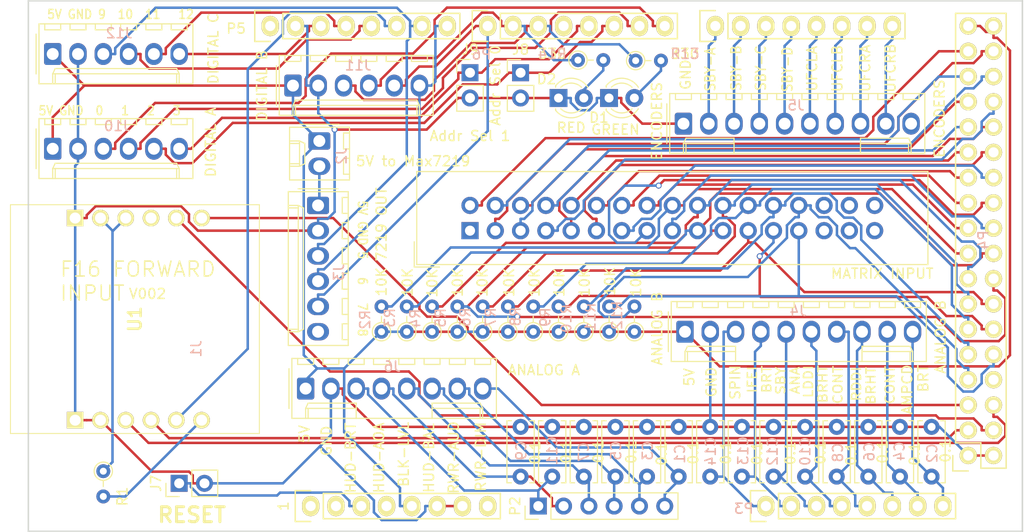
<source format=kicad_pcb>
(kicad_pcb (version 20211014) (generator pcbnew)
  (title_block (date "mar. 31 mars 2015"))
  (layers (0 "F.Cu" signal) (31 "B.Cu" signal) (34 "B.Paste" user) (35 "F.Paste" user) (36 "B.SilkS" user "B.Silkscreen") (37 "F.SilkS" user "F.Silkscreen") (38 "B.Mask" user) (39 "F.Mask" user) (44 "Edge.Cuts" user))
  (net 0 "")
  (net 2 "/48")
  (net 3 "/46")
  (net 4 "/47")
  (net 5 "/44")
  (net 6 "/45")
  (net 7 "/42")
  (net 8 "/43")
  (net 9 "/40")
  (net 10 "/41")
  (net 11 "/38")
  (net 12 "/39")
  (net 13 "/36")
  (net 14 "/37")
  (net 15 "/34")
  (net 16 "/35")
  (net 17 "/32")
  (net 18 "/33")
  (net 19 "/30")
  (net 20 "/31")
  (net 21 "/28")
  (net 22 "/29")
  (net 23 "/26")
  (net 24 "/27")
  (net 25 "/24")
  (net 26 "/25")
  (net 27 "/22")
  (net 28 "/23")
  (net 29 "+5V")
  (net 30 "/A8")
  (net 31 "/A9")
  (net 32 "/A10")
  (net 33 "/A11")
  (net 34 "/A12")
  (net 35 "/A13")
  (net 36 "/A14")
  (net 37 "/A15")
  (net 38 "/20(SDA)")
  (net 39 "/21(SCL)")
  (net 40 "/14(Tx3)")
  (net 41 "/15(Rx3)")
  (net 42 "/16(Tx2)")
  (net 43 "/17(Rx2)")
  (net 44 "/18(Tx1)")
  (net 45 "/19(Rx1)")
  (net 46 "GNDD")
  (net 47 "/A5")
  (net 48 "/A4")
  (net 49 "/A3")
  (net 50 "/A2")
  (net 51 "/A1")
  (net 52 "/A0")
  (net 53 "/D3")
  (net 54 "/D2")
  (net 55 "/D1")
  (net 56 "/D0")
  (net 57 "/D8")
  (net 58 "/D7")
  (net 59 "/D6")
  (net 60 "/D5")
  (net 61 "/D13")
  (net 62 "/D12")
  (net 63 "/D11")
  (net 64 "/D9")
  (net 65 "Net-(D1-Pad2)")
  (net 66 "Net-(D2-Pad2)")
  (net 67 "Net-(J2-Pad2)")
  (net 68 "/51")
  (net 69 "/52")
  (net 70 "/SS")
  (net 71 "Net-(R1-Pad2)")
  (net 72 "+3.3V")
  (net 74 "/49")
  (net 75 "/50")
  (net 84 "/Vin")
  (net 85 "+3V3")
  (net 86 "/Reset")
  (net 87 "/IOREF")
  (net 89 "/53")
  (footprint "Socket_Arduino_Mega:Socket_Strip_Arduino_2x18" (layer "F.Cu") (at 197.358 114.046 90)
    (fp_text reference "P4")
    (fp_text value "Digital")
  )
  (footprint "Socket_Arduino_Mega:Socket_Strip_Arduino_1x08" (layer "F.Cu") (at 131.318 119.126)
    (fp_text reference "P1")
    (fp_text value "Power")
  )
  (footprint "Connector_PinHeader_2.54mm:PinHeader_1x06_P2.54mm_Vertical" (layer "F.Cu") (at 154.178 119.126 90)
    (fp_text reference "P2")
    (fp_text value "Analog")
  )
  (footprint "Socket_Arduino_Mega:Socket_Strip_Arduino_1x08" (layer "F.Cu") (at 177.038 119.126)
    (fp_text reference "P3")
    (fp_text value "Analog")
  )
  (footprint "Socket_Arduino_Mega:Socket_Strip_Arduino_1x08" (layer "F.Cu") (at 127.254 70.866)
    (fp_text reference "P5")
    (fp_text value "PWM")
  )
  (footprint "Socket_Arduino_Mega:Socket_Strip_Arduino_1x08" (layer "F.Cu") (at 149.098 70.866)
    (fp_text reference "P6")
    (fp_text value "PWM")
  )
  (footprint "Socket_Arduino_Mega:Socket_Strip_Arduino_1x08" (layer "F.Cu") (at 171.958 70.866)
    (fp_text reference "P7")
    (fp_text value "Communication")
  )
  (footprint "Connector_IDC:IDC-Header_2x17_P2.54mm_Vertical" (layer "F.Cu") (at 147.32 91.44 90)
    (fp_text reference "J1")
    (fp_text value "MATRIX INPUT")
  )
  (footprint "PT_Library_v001:PT_R_Axial_DIN0204_L3.6mm_D1.6mm_P2.54mm_Vertical" (layer "F.Cu") (at 138.43 101.6 90)
    (fp_text reference "R2")
    (fp_text value "10K")
  )
  (footprint "PT_Library_v001:PT_R_Axial_DIN0204_L3.6mm_D1.6mm_P2.54mm_Vertical" (layer "F.Cu") (at 140.97 101.6 90)
    (fp_text reference "R3")
    (fp_text value "10K")
  )
  (footprint "PT_Library_v001:PT_R_Axial_DIN0204_L3.6mm_D1.6mm_P2.54mm_Vertical" (layer "F.Cu") (at 143.51 101.6 90)
    (fp_text reference "R4")
    (fp_text value "10K")
  )
  (footprint "PT_Library_v001:PT_R_Axial_DIN0204_L3.6mm_D1.6mm_P2.54mm_Vertical" (layer "F.Cu") (at 146.05 101.6 90)
    (fp_text reference "R5")
    (fp_text value "10K")
  )
  (footprint "PT_Library_v001:PT_R_Axial_DIN0204_L3.6mm_D1.6mm_P2.54mm_Vertical" (layer "F.Cu") (at 148.59 101.6 90)
    (fp_text reference "R6")
    (fp_text value "10K")
  )
  (footprint "PT_Library_v001:PT_R_Axial_DIN0204_L3.6mm_D1.6mm_P2.54mm_Vertical" (layer "F.Cu") (at 151.13 101.6 90)
    (fp_text reference "R7")
    (fp_text value "10K")
  )
  (footprint "PT_Library_v001:PT_R_Axial_DIN0204_L3.6mm_D1.6mm_P2.54mm_Vertical" (layer "F.Cu") (at 153.67 101.6 90)
    (fp_text reference "R8")
    (fp_text value "10K")
  )
  (footprint "PT_Library_v001:PT_R_Axial_DIN0204_L3.6mm_D1.6mm_P2.54mm_Vertical" (layer "F.Cu") (at 156.21 101.6 90)
    (fp_text reference "R9")
    (fp_text value "10K")
  )
  (footprint "PT_Library_v001:PT_R_Axial_DIN0204_L3.6mm_D1.6mm_P2.54mm_Vertical" (layer "F.Cu") (at 158.75 101.6 90)
    (fp_text reference "R10")
    (fp_text value "10K")
  )
  (footprint "PT_Library_v001:PT_R_Axial_DIN0204_L3.6mm_D1.6mm_P2.54mm_Vertical" (layer "F.Cu") (at 161.29 101.6 90)
    (fp_text reference "R11")
    (fp_text value "10K")
  )
  (footprint "PT_Library_v001:Molex_1x10_P2.54mm_Vertical" (layer "F.Cu") (at 168.91 101.6)
    (fp_text reference "J4")
    (fp_text value "ANALOG B")
  )
  (footprint "PT_Library_v001:Molex_1x10_P2.54mm_Vertical" (layer "F.Cu") (at 168.7576 80.6834)
    (fp_text reference "J5")
    (fp_text value "ENCODERS")
  )
  (footprint "PT_Library_v001:Molex_1x08_P2.54mm_Vertical" (layer "F.Cu") (at 130.81 107.315)
    (fp_text reference "J6")
    (fp_text value "ANALOG A")
  )
  (footprint "Capacitor_THT:C_Disc_D6.0mm_W2.5mm_P5.00mm" (layer "F.Cu") (at 193.675 116.165 90)
    (fp_text reference "C2")
    (fp_text value "0.1")
  )
  (footprint "Capacitor_THT:C_Disc_D6.0mm_W2.5mm_P5.00mm" (layer "F.Cu") (at 165.1 116.165 90)
    (fp_text reference "C3")
    (fp_text value "0.1")
  )
  (footprint "Capacitor_THT:C_Disc_D6.0mm_W2.5mm_P5.00mm" (layer "F.Cu") (at 190.5 116.165 90)
    (fp_text reference "C4")
    (fp_text value "0.1")
  )
  (footprint "Capacitor_THT:C_Disc_D6.0mm_W2.5mm_P5.00mm" (layer "F.Cu") (at 187.325 116.165 90)
    (fp_text reference "C6")
    (fp_text value "0.1")
  )
  (footprint "Capacitor_THT:C_Disc_D6.0mm_W2.5mm_P5.00mm" (layer "F.Cu") (at 158.75 116.165 90)
    (fp_text reference "C7")
    (fp_text value "0.1")
  )
  (footprint "Capacitor_THT:C_Disc_D6.0mm_W2.5mm_P5.00mm" (layer "F.Cu") (at 184.15 116.165 90)
    (fp_text reference "C8")
    (fp_text value "0.1")
  )
  (footprint "Capacitor_THT:C_Disc_D6.0mm_W2.5mm_P5.00mm" (layer "F.Cu") (at 152.4 116.165 90)
    (fp_text reference "C9")
    (fp_text value "0.1")
  )
  (footprint "Capacitor_THT:C_Disc_D6.0mm_W2.5mm_P5.00mm" (layer "F.Cu") (at 180.975 116.165 90)
    (fp_text reference "C10")
    (fp_text value "0.1")
  )
  (footprint "Capacitor_THT:C_Disc_D6.0mm_W2.5mm_P5.00mm" (layer "F.Cu") (at 155.575 116.165 90)
    (fp_text reference "C11")
    (fp_text value "0.1")
  )
  (footprint "Capacitor_THT:C_Disc_D6.0mm_W2.5mm_P5.00mm" (layer "F.Cu") (at 177.8 116.165 90)
    (fp_text reference "C12")
    (fp_text value "0.1")
  )
  (footprint "Capacitor_THT:C_Disc_D6.0mm_W2.5mm_P5.00mm" (layer "F.Cu") (at 171.45 116.165 90)
    (fp_text reference "C14")
    (fp_text value "0.1")
  )
  (footprint "Capacitor_THT:C_Disc_D6.0mm_W2.5mm_P5.00mm" (layer "F.Cu") (at 174.625 116.165 90)
    (fp_text reference "C13")
    (fp_text value "0.1")
  )
  (footprint "Capacitor_THT:C_Disc_D6.0mm_W2.5mm_P5.00mm" (layer "F.Cu") (at 161.925 116.165 90)
    (fp_text reference "C5")
    (fp_text value "0.1")
  )
  (footprint "PT_Library_v001:PT_R_Axial_DIN0204_L3.6mm_D1.6mm_P2.54mm_Vertical" (layer "F.Cu") (at 163.83 101.6 90)
    (fp_text reference "R12")
    (fp_text value "10K")
  )
  (footprint "PT_Library_v001:Molex_1x06_P2.54mm_Vertical" (layer "F.Cu") (at 105.41 83.205)
    (fp_text reference "J10")
    (fp_text value "DIGITAL A")
  )
  (footprint "PT_Library_v001:Molex_1x06_P2.54mm_Vertical" (layer "F.Cu") (at 129.54 76.855)
    (fp_text reference "J11")
    (fp_text value "DIGITAL B")
  )
  (footprint "PT_Library_v001:Molex_1x06_P2.54mm_Vertical" (layer "F.Cu") (at 105.41 73.68)
    (fp_text reference "J12")
    (fp_text value "DIGITAL C")
  )
  (footprint "LED_THT:LED_D3.0mm" (layer "F.Cu") (at 161.285 78.105)
    (fp_text reference "D1")
    (fp_text value "GREEN")
  )
  (footprint "LED_THT:LED_D3.0mm" (layer "F.Cu") (at 156.21 78.105)
    (fp_text reference "D2")
    (fp_text value "RED")
  )
  (footprint "PT_Library_v001:Molex_1x02_P2.54mm_Vertical" (layer "F.Cu") (at 132.187 82.423 -90)
    (fp_text reference "J2")
    (fp_text value "5V to Max7219")
  )
  (footprint "PT_Library_v001:Molex_1x06_P2.54mm_Vertical" (layer "F.Cu") (at 132.06 88.9 -90)
    (fp_text reference "J3")
    (fp_text value "7219 OUT")
  )
  (footprint "Connector_PinHeader_2.54mm:PinHeader_1x02_P2.54mm_Vertical" (layer "F.Cu") (at 152.4 75.565)
    (fp_text reference "J8")
    (fp_text value "Addr Sel 0")
  )
  (footprint "Connector_PinHeader_2.54mm:PinHeader_1x02_P2.54mm_Vertical" (layer "F.Cu") (at 147.32 75.56)
    (fp_text reference "J9")
    (fp_text value "Addr Sel 1")
  )
  (footprint "PT_Library_v001:PT_R_Axial_DIN0204_L3.6mm_D1.6mm_P2.54mm_Vertical" (layer "F.Cu") (at 163.957 74.3458)
    (fp_text reference "R13")
    (fp_text value "330")
  )
  (footprint "PT_Library_v001:PT_R_Axial_DIN0204_L3.6mm_D1.6mm_P2.54mm_Vertical" (layer "F.Cu") (at 158.165 74.295)
    (fp_text reference "R14")
    (fp_text value "330")
  )
  (footprint "Capacitor_THT:C_Disc_D6.0mm_W2.5mm_P5.00mm" (layer "F.Cu") (at 168.275 116.165 90)
    (fp_text reference "C1")
    (fp_text value "0.1")
  )
  (footprint "USR-ES1:USRES1" (layer "F.Cu") (at 107.665 110.49 90)
    (fp_text reference "U1")
    (fp_text value "USR-ES1" hide)
  )
  (footprint "Connector_PinHeader_2.54mm:PinHeader_1x02_P2.54mm_Vertical" (layer "F.Cu") (at 118.11 116.84 90)
    (fp_text reference "J7")
    (fp_text value "Reset")
  )
  (footprint "PT_Library_v001:PT_R_Axial_DIN0204_L3.6mm_D1.6mm_P2.54mm_Vertical" (layer "F.Cu") (at 110.49 115.62 -90)
    (fp_text reference "R1")
    (fp_text value "10K")
  )
  (gr_line (start 102.965 121.666) (end 202.8 121.666) (layer "Edge.Cuts") (width 0.15))
  (gr_line (start 202.8 68.326) (end 202.8 121.666) (layer "Edge.Cuts") (width 0.15))
  (gr_line (start 102.965 68.326) (end 202.8 68.326) (layer "Edge.Cuts") (width 0.15))
  (gr_line (start 102.965 68.326) (end 102.965 121.666) (layer "Edge.Cuts") (width 0.15))
  (gr_text "GND" (at 132.9122 110.9495 90) (layer "F.SilkS") (effects (font (size 1 1)) (justify right)))
  (gr_text "HUD-BRT" (at 135.3252 110.632 90) (layer "F.SilkS") (effects (font (size 1 1)) (justify right)))
  (gr_text "HUD-AOA" (at 138.1827 110.632 90) (layer "F.SilkS") (effects (font (size 1 1)) (justify right)))
  (gr_text "BLK-LVL" (at 140.6592 110.5685 90) (layer "F.SilkS") (effects (font (size 1 1)) (justify right)))
  (gr_text "RWR-AUD" (at 145.6757 110.505 90) (layer "F.SilkS") (effects (font (size 1 1)) (justify right)))
  (gr_text "HUD-BAL" (at 143.1992 110.6955 90) (layer "F.SilkS") (effects (font (size 1 1)) (justify right)))
  (gr_text "RWR-DIM" (at 148.4062 110.5685 90) (layer "F.SilkS") (effects (font (size 1 1)) (justify right)))
  (gr_text "SBY-B" (at 174.0535 77.47 90) (layer "F.SilkS") (effects (font (size 1 0.9)) (justify left)))
  (gr_text "SBY-C" (at 176.53 77.47 90) (layer "F.SilkS") (effects (font (size 1 0.9)) (justify left)))
  (gr_text "SBY-D" (at 179.197 77.597 90) (layer "F.SilkS") (effects (font (size 1 0.9)) (justify left)))
  (gr_text "UFCLA" (at 181.6735 77.5335 90) (layer "F.SilkS") (effects (font (size 1 1)) (justify left)))
  (gr_text "UFCLB" (at 184.2135 77.597 90) (layer "F.SilkS") (effects (font (size 1 1)) (justify left)))
  (gr_text "UFCRB" (at 189.5475 77.6605 90) (layer "F.SilkS") (effects (font (size 1 1)) (justify left)))
  (gr_text "UFCRA" (at 187.0075 77.597 90) (layer "F.SilkS") (effects (font (size 1 1)) (justify left)))
  (gr_text "5V" (at 169.3418 105.1688 90) (layer "F.SilkS") (effects (font (size 1 1)) (justify right)))
  (gr_text "GND" (at 171.5643 105.0418 90) (layer "F.SilkS") (effects (font (size 1 1)) (justify right)))
  (gr_text "SPIN" (at 173.9519 108.5216 90) (layer "F.SilkS") (effects (font (size 1 1)) (justify left)))
  (gr_text "IFEI\nBRT" (at 176.3903 107.8612 90) (layer "F.SilkS") (effects (font (size 0.9 1)) (justify left)))
  (gr_text "SBY\nANA" (at 179.2351 105.0164 90) (layer "F.SilkS") (effects (font (size 0.9 1)) (justify right)))
  (gr_text "LDDI\nBRHT" (at 182.0291 104.864 90) (layer "F.SilkS") (effects (font (size 0.9 1)) (justify right)))
  (gr_text "CONT" (at 184.2643 104.9148 90) (layer "F.SilkS") (effects (font (size 0.9 1)) (justify right)))
  (gr_text "CONT" (at 189.4967 108.9788 90) (layer "F.SilkS") (effects (font (size 0.9 1)) (justify left)))
  (gr_text "RDDI\nBRHT" (at 186.8551 105.0164 90) (layer "F.SilkS") (effects (font (size 0.9 1)) (justify right)))
  (gr_text "AMPCD\nBRT" (at 192.0367 104.8132 90) (layer "F.SilkS") (effects (font (size 1 1)) (justify right)))
  (gr_text "5V GND 5   6   7   8" (at 136.525 95.25 270) (layer "F.SilkS") (effects (font (size 0.9 0.8))))
  (gr_text "5V GND 9  10  11   12" (at 112.2172 69.6922) (layer "F.SilkS") (effects (font (size 0.9 0.8))))
  (gr_text "V002\n" (at 114.935 97.79) (layer "F.SilkS") (effects (font (size 1 1))))
  (gr_text "ANALOG B" (at 194.5767 102.1208 90) (layer "F.SilkS") (effects (font (size 1 1))))
  (gr_text "GND" (at 168.9735 75.7555 90) (layer "F.SilkS") (effects (font (size 1 1))))
  (gr_text "5V GND  0   1   2   3" (at 111.125 79.375) (layer "F.SilkS") (effects (font (size 0.9 0.8))))
  (gr_text "F16 FORWARD \nINPUT" (at 106.045 96.52) (layer "F.SilkS") (effects (font (size 1.5 1.5)) (justify left)))
  (gr_text "SBY-A" (at 171.45 77.5335 90) (layer "F.SilkS") (effects (font (size 1 0.9)) (justify left)))
  (gr_text "1" (at 128.5875 119.126 90) (layer "F.SilkS") (effects (font (size 1 1))))
  (gr_text "5V" (at 130.6897 110.886 90) (layer "F.SilkS") (effects (font (size 1 1)) (justify right)))
  (gr_text "RESET" (at 119.38 120.015) (layer "F.SilkS") (effects (font (size 1.5 1.5) (thickness 0.3))))
  (gr_text "ENCODERS" (at 194.4751 80.1751 90) (layer "F.SilkS") (effects (font (size 1 1))))
  (segment (start 179.1511 90.9062) (end 179.9684 90.0889) (width 0.25) (layer "B.Cu") (net 2))
  (segment (start 184.1735 91.8849) (end 185.4864 93.1978) (width 0.25) (layer "B.Cu") (net 2))
  (segment (start 163.83 99.06) (end 162.8047 100.0853) (width 0.25) (layer "B.Cu") (net 2))
  (segment (start 180.34 88.9) (end 180.34 90.0889) (width 0.25) (layer "B.Cu") (net 2))
  (segment (start 180.34 88.9) (end 181.5289 88.9) (width 0.25) (layer "B.Cu") (net 2))
  (segment (start 197.358 106.426) (end 197.358 105.2371) (width 0.25) (layer "B.Cu") (net 2))
  (segment (start 160.2434 98.6559) (end 162.8015 96.0978) (width 0.25) (layer "B.Cu") (net 2))
  (segment (start 179.1511 92.1644) (end 179.1511 90.9062) (width 0.25) (layer "B.Cu") (net 2))
  (segment (start 185.4864 93.1978) (end 186.0288 93.1978) (width 0.25) (layer "B.Cu") (net 2))
  (segment (start 183.298 90.0889) (end 184.1735 90.9644) (width 0.25) (layer "B.Cu") (net 2))
  (segment (start 162.8047 100.0853) (end 160.8109 100.0853) (width 0.25) (layer "B.Cu") (net 2))
  (segment (start 160.2434 99.5178) (end 160.2434 98.6559) (width 0.25) (layer "B.Cu") (net 2))
  (segment (start 179.9684 90.0889) (end 180.34 90.0889) (width 0.25) (layer "B.Cu") (net 2))
  (segment (start 182.3462 90.0889) (end 183.298 90.0889) (width 0.25) (layer "B.Cu") (net 2))
  (segment (start 181.5289 89.2716) (end 182.3462 90.0889) (width 0.25) (layer "B.Cu") (net 2))
  (segment (start 184.1735 90.9644) (end 184.1735 91.8849) (width 0.25) (layer "B.Cu") (net 2))
  (segment (start 196.1691 103.3381) (end 196.1691 104.4198) (width 0.25) (layer "B.Cu") (net 2))
  (segment (start 162.8015 96.0978) (end 175.2177 96.0978) (width 0.25) (layer "B.Cu") (net 2))
  (segment (start 196.9864 105.2371) (end 197.358 105.2371) (width 0.25) (layer "B.Cu") (net 2))
  (segment (start 181.5289 88.9) (end 181.5289 89.2716) (width 0.25) (layer "B.Cu") (net 2))
  (segment (start 160.8109 100.0853) (end 160.2434 99.5178) (width 0.25) (layer "B.Cu") (net 2))
  (segment (start 186.0288 93.1978) (end 196.1691 103.3381) (width 0.25) (layer "B.Cu") (net 2))
  (segment (start 175.2177 96.0978) (end 179.1511 92.1644) (width 0.25) (layer "B.Cu") (net 2))
  (segment (start 196.1691 104.4198) (end 196.9864 105.2371) (width 0.25) (layer "B.Cu") (net 2))
  (segment (start 177.4284 90.0889) (end 177.8 90.0889) (width 0.25) (layer "B.Cu") (net 3))
  (segment (start 183.4156 87.7101) (end 179.8179 87.7101) (width 0.25) (layer "B.Cu") (net 3))
  (segment (start 177.8 88.9) (end 178.9889 88.9) (width 0.25) (layer "B.Cu") (net 3))
  (segment (start 197.358 102.6971) (end 196.9579 102.6971) (width 0.25) (layer "B.Cu") (net 3))
  (segment (start 197.358 103.886) (end 197.358 102.6971) (width 0.25) (layer "B.Cu") (net 3))
  (segment (start 176.6111 90.9062) (end 177.4284 90.0889) (width 0.25) (layer "B.Cu") (net 3))
  (segment (start 196.9579 102.6971) (end 186.609 92.3482) (width 0.25) (layer "B.Cu") (net 3))
  (segment (start 186.609 92.3482) (end 186.609 90.9257) (width 0.25) (layer "B.Cu") (net 3))
  (segment (start 159.2627 99.06) (end 159.2627 98.9804) (width 0.25) (layer "B.Cu") (net 3))
  (segment (start 159.2627 98.9804) (end 163.0178 95.2253) (width 0.25) (layer "B.Cu") (net 3))
  (segment (start 178.9889 88.5391) (end 178.9889 88.9) (width 0.25) (layer "B.Cu") (net 3))
  (segment (start 185.8129 90.1296) (end 184.8907 90.1296) (width 0.25) (layer "B.Cu") (net 3))
  (segment (start 184.8907 90.1296) (end 184.15 89.3889) (width 0.25) (layer "B.Cu") (net 3))
  (segment (start 177.8 88.9) (end 177.8 90.0889) (width 0.25) (layer "B.Cu") (net 3))
  (segment (start 179.8179 87.7101) (end 178.9889 88.5391) (width 0.25) (layer "B.Cu") (net 3))
  (segment (start 163.0178 95.2253) (end 173.1894 95.2253) (width 0.25) (layer "B.Cu") (net 3))
  (segment (start 173.1894 95.2253) (end 176.6111 91.8036) (width 0.25) (layer "B.Cu") (net 3))
  (segment (start 158.75 99.06) (end 159.2627 99.06) (width 0.25) (layer "B.Cu") (net 3))
  (segment (start 176.6111 91.8036) (end 176.6111 90.9062) (width 0.25) (layer "B.Cu") (net 3))
  (segment (start 186.609 90.9257) (end 185.8129 90.1296) (width 0.25) (layer "B.Cu") (net 3))
  (segment (start 184.15 88.4445) (end 183.4156 87.7101) (width 0.25) (layer "B.Cu") (net 3))
  (segment (start 184.15 89.3889) (end 184.15 88.4445) (width 0.25) (layer "B.Cu") (net 3))
  (segment (start 180.34 98.0347) (end 190.1467 98.0347) (width 0.25) (layer "B.Cu") (net 4))
  (segment (start 161.29 99.06) (end 162.3153 99.06) (width 0.25) (layer "B.Cu") (net 4))
  (segment (start 199.898 103.886) (end 199.898 105.0749) (width 0.25) (layer "B.Cu") (net 4))
  (segment (start 180.34 98.0347) (end 180.34 92.6289) (width 0.25) (layer "B.Cu") (net 4))
  (segment (start 195.3101 106.0664) (end 196.8587 107.615) (width 0.25) (layer "B.Cu") (net 4))
  (segment (start 198.7091 106.7782) (end 198.7091 105.8922) (width 0.25) (layer "B.Cu") (net 4))
  (segment (start 180.34 91.44) (end 180.34 92.6289) (width 0.25) (layer "B.Cu") (net 4))
  (segment (start 196.8587 107.615) (end 197.8723 107.615) (width 0.25) (layer "B.Cu") (net 4))
  (segment (start 197.8723 107.615) (end 198.7091 106.7782) (width 0.25) (layer "B.Cu") (net 4))
  (segment (start 198.7091 105.8922) (end 199.5264 105.0749) (width 0.25) (layer "B.Cu") (net 4))
  (segment (start 162.3153 99.06) (end 163.3406 98.0347) (width 0.25) (layer "B.Cu") (net 4))
  (segment (start 163.3406 98.0347) (end 180.34 98.0347) (width 0.25) (layer "B.Cu") (net 4))
  (segment (start 199.5264 105.0749) (end 199.898 105.0749) (width 0.25) (layer "B.Cu") (net 4))
  (segment (start 190.1467 98.0347) (end 195.3101 103.1981) (width 0.25) (layer "B.Cu") (net 4))
  (segment (start 195.3101 103.1981) (end 195.3101 106.0664) (width 0.25) (layer "B.Cu") (net 4))
  (segment (start 154.6953 99.06) (end 158.9804 94.7749) (width 0.25) (layer "B.Cu") (net 5))
  (segment (start 168.53 94.7749) (end 171.531 91.7739) (width 0.25) (layer "B.Cu") (net 5))
  (segment (start 188.0212 87.2598) (end 195.7188 94.9574) (width 0.25) (layer "B.Cu") (net 5))
  (segment (start 197.358 101.346) (end 197.358 100.1571) (width 0.25) (layer "B.Cu") (net 5))
  (segment (start 175.26 88.9) (end 176.4489 88.9) (width 0.25) (layer "B.Cu") (net 5))
  (segment (start 177.7176 87.2598) (end 188.0212 87.2598) (width 0.25) (layer "B.Cu") (net 5))
  (segment (start 195.7188 98.8895) (end 196.9864 100.1571) (width 0.25) (layer "B.Cu") (net 5))
  (segment (start 172.2867 90.17) (end 173.99 90.17) (width 0.25) (layer "B.Cu") (net 5))
  (segment (start 171.531 90.9257) (end 172.2867 90.17) (width 0.25) (layer "B.Cu") (net 5))
  (segment (start 176.4489 88.9) (end 176.4489 88.5285) (width 0.25) (layer "B.Cu") (net 5))
  (segment (start 196.9864 100.1571) (end 197.358 100.1571) (width 0.25) (layer "B.Cu") (net 5))
  (segment (start 176.4489 88.5285) (end 177.7176 87.2598) (width 0.25) (layer "B.Cu") (net 5))
  (segment (start 158.9804 94.7749) (end 168.53 94.7749) (width 0.25) (layer "B.Cu") (net 5))
  (segment (start 173.99 90.17) (end 175.26 88.9) (width 0.25) (layer "B.Cu") (net 5))
  (segment (start 171.531 91.7739) (end 171.531 90.9257) (width 0.25) (layer "B.Cu") (net 5))
  (segment (start 195.7188 94.9574) (end 195.7188 98.8895) (width 0.25) (layer "B.Cu") (net 5))
  (segment (start 153.67 99.06) (end 154.6953 99.06) (width 0.25) (layer "B.Cu") (net 5))
  (segment (start 197.7596 100.025) (end 198.7091 100.9745) (width 0.25) (layer "F.Cu") (net 6))
  (segment (start 193.2476 98.1062) (end 195.1664 100.025) (width 0.25) (layer "F.Cu") (net 6))
  (segment (start 158.2937 98.0016) (end 157.2353 99.06) (width 0.25) (layer "F.Cu") (net 6))
  (segment (start 199.898 101.346) (end 198.7091 101.346) (width 0.25) (layer "F.Cu") (net 6))
  (segment (start 156.21 99.06) (end 157.2353 99.06) (width 0.25) (layer "F.Cu") (net 6))
  (segment (start 176.4173 98.0016) (end 158.2937 98.0016) (width 0.25) (layer "F.Cu") (net 6))
  (segment (start 198.7091 100.9745) (end 198.7091 101.346) (width 0.25) (layer "F.Cu") (net 6))
  (segment (start 195.1664 100.025) (end 197.7596 100.025) (width 0.25) (layer "F.Cu") (net 6))
  (segment (start 176.4173 98.0016) (end 176.5219 98.1062) (width 0.25) (layer "F.Cu") (net 6))
  (segment (start 176.4173 94.0116) (end 176.4173 98.0016) (width 0.25) (layer "F.Cu") (net 6))
  (segment (start 176.5219 98.1062) (end 193.2476 98.1062) (width 0.25) (layer "F.Cu") (net 6))
  (via (at 176.4173 94.0116) (size 0.6) (drill 0.4) (layers "F.Cu" "B.Cu") (net 6))
  (segment (start 177.8 92.6289) (end 176.4174 94.0115) (width 0.25) (layer "B.Cu") (net 6))
  (segment (start 177.8 91.44) (end 177.8 92.6289) (width 0.25) (layer "B.Cu") (net 6))
  (segment (start 176.4174 94.0115) (end 176.4174 94.0116) (width 0.25) (layer "B.Cu") (net 6))
  (segment (start 176.4174 94.0116) (end 176.4173 94.0116) (width 0.25) (layer "B.Cu") (net 6))
  (segment (start 173.9089 92.0027) (end 173.9089 90.9062) (width 0.25) (layer "F.Cu") (net 7))
  (segment (start 149.6153 99.06) (end 154.9496 93.7257) (width 0.25) (layer "F.Cu") (net 7))
  (segment (start 172.1859 93.7257) (end 173.9089 92.0027) (width 0.25) (layer "F.Cu") (net 7))
  (segment (start 172.72 88.9) (end 172.72 90.0889) (width 0.25) (layer "F.Cu") (net 7))
  (segment (start 173.9089 90.9062) (end 173.0916 90.0889) (width 0.25) (layer "F.Cu") (net 7))
  (segment (start 173.0916 90.0889) (end 172.72 90.0889) (width 0.25) (layer "F.Cu") (net 7))
  (segment (start 148.59 99.06) (end 149.6153 99.06) (width 0.25) (layer "F.Cu") (net 7))
  (segment (start 154.9496 93.7257) (end 172.1859 93.7257) (width 0.25) (layer "F.Cu") (net 7))
  (segment (start 196.9864 97.6171) (end 197.358 97.6171) (width 0.25) (layer "B.Cu") (net 7))
  (segment (start 173.9089 88.5285) (end 175.6279 86.8095) (width 0.25) (layer "B.Cu") (net 7))
  (segment (start 173.9089 88.9) (end 173.9089 88.5285) (width 0.25) (layer "B.Cu") (net 7))
  (segment (start 196.1691 94.7708) (end 196.1691 96.7998) (width 0.25) (layer "B.Cu") (net 7))
  (segment (start 175.6279 86.8095) (end 188.2078 86.8095) (width 0.25) (layer "B.Cu") (net 7))
  (segment (start 188.2078 86.8095) (end 196.1691 94.7708) (width 0.25) (layer "B.Cu") (net 7))
  (segment (start 172.72 88.9) (end 173.9089 88.9) (width 0.25) (layer "B.Cu") (net 7))
  (segment (start 196.1691 96.7998) (end 196.9864 97.6171) (width 0.25) (layer "B.Cu") (net 7))
  (segment (start 197.358 98.806) (end 197.358 97.6171) (width 0.25) (layer "B.Cu") (net 7))
  (segment (start 198.7091 98.4344) (end 197.8918 97.6171) (width 0.25) (layer "F.Cu") (net 8))
  (segment (start 197.8918 97.6171) (end 180.9072 97.6171) (width 0.25) (layer "F.Cu") (net 8))
  (segment (start 199.898 98.806) (end 198.7091 98.806) (width 0.25) (layer "F.Cu") (net 8))
  (segment (start 172.4394 95.4495) (end 175.26 92.6289) (width 0.25) (layer "F.Cu") (net 8))
  (segment (start 151.13 99.06) (end 152.1553 99.06) (width 0.25) (layer "F.Cu") (net 8))
  (segment (start 175.919 92.6289) (end 175.26 92.6289) (width 0.25) (layer "F.Cu") (net 8))
  (segment (start 198.7091 98.806) (end 198.7091 98.4344) (width 0.25) (layer "F.Cu") (net 8))
  (segment (start 152.1553 99.06) (end 155.7658 95.4495) (width 0.25) (layer "F.Cu") (net 8))
  (segment (start 175.26 91.44) (end 175.26 92.6289) (width 0.25) (layer "F.Cu") (net 8))
  (segment (start 180.9072 97.6171) (end 175.919 92.6289) (width 0.25) (layer "F.Cu") (net 8))
  (segment (start 155.7658 95.4495) (end 172.4394 95.4495) (width 0.25) (layer "F.Cu") (net 8))
  (segment (start 144.5353 99.06) (end 150.9301 92.6652) (width 0.25) (layer "F.Cu") (net 9))
  (segment (start 150.9301 92.6652) (end 168.0963 92.6652) (width 0.25) (layer "F.Cu") (net 9))
  (segment (start 143.51 99.06) (end 144.5353 99.06) (width 0.25) (layer "F.Cu") (net 9))
  (segment (start 168.0963 92.6652) (end 168.9911 91.7704) (width 0.25) (layer "F.Cu") (net 9))
  (segment (start 168.9911 91.7704) (end 168.9911 90.9062) (width 0.25) (layer "F.Cu") (net 9))
  (segment (start 169.8084 90.0889) (end 170.18 90.0889) (width 0.25) (layer "F.Cu") (net 9))
  (segment (start 170.18 88.9) (end 170.18 90.0889) (width 0.25) (layer "F.Cu") (net 9))
  (segment (start 168.9911 90.9062) (end 169.8084 90.0889) (width 0.25) (layer "F.Cu") (net 9))
  (segment (start 198.5743 93.239) (end 198.5743 94.2303) (width 0.25) (layer "B.Cu") (net 9))
  (segment (start 171.3689 88.9) (end 171.3689 88.569) (width 0.25) (layer "B.Cu") (net 9))
  (segment (start 196.7048 92.537) (end 197.8723 92.537) (width 0.25) (layer "B.Cu") (net 9))
  (segment (start 171.3689 88.569) (end 173.5916 86.3463) (width 0.25) (layer "B.Cu") (net 9))
  (segment (start 173.5916 86.3463) (end 190.5141 86.3463) (width 0.25) (layer "B.Cu") (net 9))
  (segment (start 197.8723 92.537) (end 198.5743 93.239) (width 0.25) (layer "B.Cu") (net 9))
  (segment (start 197.358 96.266) (end 197.358 95.0771) (width 0.25) (layer "B.Cu") (net 9))
  (segment (start 190.5141 86.3463) (end 196.7048 92.537) (width 0.25) (layer "B.Cu") (net 9))
  (segment (start 198.5743 94.2303) (end 197.7275 95.0771) (width 0.25) (layer "B.Cu") (net 9))
  (segment (start 197.7275 95.0771) (end 197.358 95.0771) (width 0.25) (layer "B.Cu") (net 9))
  (segment (start 170.18 88.9) (end 171.3689 88.9) (width 0.25) (layer "B.Cu") (net 9))
  (segment (start 196.6294 102.5448) (end 200.4252 102.5448) (width 0.25) (layer "F.Cu") (net 10))
  (segment (start 201.0869 98.2722) (end 200.2696 97.4549) (width 0.25) (layer "F.Cu") (net 10))
  (segment (start 146.05 99.06) (end 147.0753 99.06) (width 0.25) (layer "F.Cu") (net 10))
  (segment (start 200.2696 97.4549) (end 199.898 97.4549) (width 0.25) (layer "F.Cu") (net 10))
  (segment (start 201.0869 101.8831) (end 201.0869 98.2722) (width 0.25) (layer "F.Cu") (net 10))
  (segment (start 152.1212 100.119) (end 194.2036 100.119) (width 0.25) (layer "F.Cu") (net 10))
  (segment (start 171.5311 91.8115) (end 171.5311 91.44) (width 0.25) (layer "F.Cu") (net 10))
  (segment (start 172.72 91.44) (end 171.5311 91.44) (width 0.25) (layer "F.Cu") (net 10))
  (segment (start 170.1981 93.1445) (end 171.5311 91.8115) (width 0.25) (layer "F.Cu") (net 10))
  (segment (start 147.0753 99.06) (end 152.9908 93.1445) (width 0.25) (layer "F.Cu") (net 10))
  (segment (start 200.4252 102.5448) (end 201.0869 101.8831) (width 0.25) (layer "F.Cu") (net 10))
  (segment (start 194.2036 100.119) (end 196.6294 102.5448) (width 0.25) (layer "F.Cu") (net 10))
  (segment (start 152.0669 100.0647) (end 152.1212 100.119) (width 0.25) (layer "F.Cu") (net 10))
  (segment (start 199.898 96.266) (end 199.898 97.4549) (width 0.25) (layer "F.Cu") (net 10))
  (segment (start 152.9908 93.1445) (end 170.1981 93.1445) (width 0.25) (layer "F.Cu") (net 10))
  (via (at 152.0669 100.0647) (size 0.6) (drill 0.4) (layers "F.Cu" "B.Cu") (net 10))
  (segment (start 152.0463 100.0853) (end 152.0669 100.0647) (width 0.25) (layer "B.Cu") (net 10))
  (segment (start 148.1006 100.0853) (end 152.0463 100.0853) (width 0.25) (layer "B.Cu") (net 10))
  (segment (start 147.0753 99.06) (end 148.1006 100.0853) (width 0.25) (layer "B.Cu") (net 10))
  (segment (start 146.05 99.06) (end 147.0753 99.06) (width 0.25) (layer "B.Cu") (net 10))
  (segment (start 170.0965 87.2608) (end 168.8289 88.5284) (width 0.25) (layer "F.Cu") (net 11))
  (segment (start 168.8289 88.5284) (end 168.8289 88.9) (width 0.25) (layer "F.Cu") (net 11))
  (segment (start 196.1691 93.726) (end 189.7039 87.2608) (width 0.25) (layer "F.Cu") (net 11))
  (segment (start 189.7039 87.2608) (end 170.0965 87.2608) (width 0.25) (layer "F.Cu") (net 11))
  (segment (start 197.358 93.726) (end 196.1691 93.726) (width 0.25) (layer "F.Cu") (net 11))
  (segment (start 167.64 88.9) (end 168.8289 88.9) (width 0.25) (layer "F.Cu") (net 11))
  (segment (start 165.119 93.1299) (end 145.3854 93.1299) (width 0.25) (layer "B.Cu") (net 11))
  (segment (start 167.64 88.9) (end 166.289 90.251) (width 0.25) (layer "B.Cu") (net 11))
  (segment (start 138.43 99.06) (end 139.4553 99.06) (width 0.25) (layer "B.Cu") (net 11))
  (segment (start 145.3854 93.1299) (end 139.4553 99.06) (width 0.25) (layer "B.Cu") (net 11))
  (segment (start 166.289 90.251) (end 166.289 91.9599) (width 0.25) (layer "B.Cu") (net 11))
  (segment (start 166.289 91.9599) (end 165.119 93.1299) (width 0.25) (layer "B.Cu") (net 11))
  (segment (start 171.45 90.17) (end 171.45 88.4465) (width 0.25) (layer "F.Cu") (net 12))
  (segment (start 188.5077 87.7111) (end 195.7115 94.9149) (width 0.25) (layer "F.Cu") (net 12))
  (segment (start 171.45 88.4465) (end 172.1854 87.7111) (width 0.25) (layer "F.Cu") (net 12))
  (segment (start 197.8918 94.9149) (end 198.7091 94.0976) (width 0.25) (layer "F.Cu") (net 12))
  (segment (start 198.7091 94.0976) (end 198.7091 93.726) (width 0.25) (layer "F.Cu") (net 12))
  (segment (start 170.18 91.44) (end 171.45 90.17) (width 0.25) (layer "F.Cu") (net 12))
  (segment (start 199.898 93.726) (end 198.7091 93.726) (width 0.25) (layer "F.Cu") (net 12))
  (segment (start 172.1854 87.7111) (end 188.5077 87.7111) (width 0.25) (layer "F.Cu") (net 12))
  (segment (start 195.7115 94.9149) (end 197.8918 94.9149) (width 0.25) (layer "F.Cu") (net 12))
  (segment (start 147.4193 93.636) (end 167.1666 93.636) (width 0.25) (layer "B.Cu") (net 12))
  (segment (start 168.9911 91.8115) (end 168.9911 91.44) (width 0.25) (layer "B.Cu") (net 12))
  (segment (start 170.18 91.44) (end 168.9911 91.44) (width 0.25) (layer "B.Cu") (net 12))
  (segment (start 141.9953 99.06) (end 147.4193 93.636) (width 0.25) (layer "B.Cu") (net 12))
  (segment (start 167.1666 93.636) (end 168.9911 91.8115) (width 0.25) (layer "B.Cu") (net 12))
  (segment (start 140.97 99.06) (end 141.9953 99.06) (width 0.25) (layer "B.Cu") (net 12))
  (segment (start 197.358 91.186) (end 196.1691 91.186) (width 0.25) (layer "F.Cu") (net 13))
  (segment (start 191.7936 86.8105) (end 168.0069 86.8105) (width 0.25) (layer "F.Cu") (net 13))
  (segment (start 196.1691 91.186) (end 191.7936 86.8105) (width 0.25) (layer "F.Cu") (net 13))
  (segment (start 166.2889 88.5285) (end 166.2889 88.9) (width 0.25) (layer "F.Cu") (net 13))
  (segment (start 165.1 88.9) (end 166.2889 88.9) (width 0.25) (layer "F.Cu") (net 13))
  (segment (start 168.0069 86.8105) (end 166.2889 88.5285) (width 0.25) (layer "F.Cu") (net 13))
  (segment (start 167.64 90.2511) (end 168.0116 90.2511) (width 0.25) (layer "B.Cu") (net 14))
  (segment (start 191.6266 85.8959) (end 195.7278 89.9971) (width 0.25) (layer "B.Cu") (net 14))
  (segment (start 199.898 91.186) (end 198.7091 91.186) (width 0.25) (layer "B.Cu") (net 14))
  (segment (start 168.8289 88.5596) (end 171.4926 85.8959) (width 0.25) (layer "B.Cu") (net 14))
  (segment (start 195.7278 89.9971) (end 197.8918 89.9971) (width 0.25) (layer "B.Cu") (net 14))
  (segment (start 168.8289 89.4338) (end 168.8289 88.5596) (width 0.25) (layer "B.Cu") (net 14))
  (segment (start 167.64 91.44) (end 167.64 90.2511) (width 0.25) (layer "B.Cu") (net 14))
  (segment (start 198.7091 90.8144) (end 198.7091 91.186) (width 0.25) (layer "B.Cu") (net 14))
  (segment (start 171.4926 85.8959) (end 191.6266 85.8959) (width 0.25) (layer "B.Cu") (net 14))
  (segment (start 168.0116 90.2511) (end 168.8289 89.4338) (width 0.25) (layer "B.Cu") (net 14))
  (segment (start 197.8918 89.9971) (end 198.7091 90.8144) (width 0.25) (layer "B.Cu") (net 14))
  (segment (start 196.1691 88.646) (end 193.433 85.9099) (width 0.25) (layer "F.Cu") (net 15))
  (segment (start 197.358 88.646) (end 196.1691 88.646) (width 0.25) (layer "F.Cu") (net 15))
  (segment (start 162.56 88.9) (end 163.7489 88.9) (width 0.25) (layer "F.Cu") (net 15))
  (segment (start 193.433 85.9099) (end 166.3421 85.9099) (width 0.25) (layer "F.Cu") (net 15))
  (segment (start 166.3421 85.9099) (end 163.7489 88.5031) (width 0.25) (layer "F.Cu") (net 15))
  (segment (start 163.7489 88.5031) (end 163.7489 88.9) (width 0.25) (layer "F.Cu") (net 15))
  (segment (start 166.8172 86.3602) (end 166.2659 86.9115) (width 0.25) (layer "F.Cu") (net 16))
  (segment (start 197.8918 89.8349) (end 195.9349 89.8349) (width 0.25) (layer "F.Cu") (net 16))
  (segment (start 198.7091 88.646) (end 198.7091 89.0176) (width 0.25) (layer "F.Cu") (net 16))
  (segment (start 195.9349 89.8349) (end 192.4602 86.3602) (width 0.25) (layer "F.Cu") (net 16))
  (segment (start 198.7091 89.0176) (end 197.8918 89.8349) (width 0.25) (layer "F.Cu") (net 16))
  (segment (start 199.898 88.646) (end 198.7091 88.646) (width 0.25) (layer "F.Cu") (net 16))
  (segment (start 192.4602 86.3602) (end 166.8172 86.3602) (width 0.25) (layer "F.Cu") (net 16))
  (via (at 166.2659 86.9115) (size 0.6) (drill 0.4) (layers "F.Cu" "B.Cu") (net 16))
  (segment (start 162.0886 92.6501) (end 161.29 91.8515) (width 0.25) (layer "B.Cu") (net 16))
  (segment (start 161.29 91.8515) (end 161.29 88.4873) (width 0.25) (layer "B.Cu") (net 16))
  (segment (start 163.8899 92.6501) (end 162.0886 92.6501) (width 0.25) (layer "B.Cu") (net 16))
  (segment (start 162.8658 86.9115) (end 166.2659 86.9115) (width 0.25) (layer "B.Cu") (net 16))
  (segment (start 161.29 88.4873) (end 162.8658 86.9115) (width 0.25) (layer "B.Cu") (net 16))
  (segment (start 165.1 91.44) (end 163.8899 92.6501) (width 0.25) (layer "B.Cu") (net 16))
  (segment (start 160.02 88.9) (end 161.2089 88.9) (width 0.25) (layer "F.Cu") (net 17))
  (segment (start 197.358 86.106) (end 196.1691 86.106) (width 0.25) (layer "F.Cu") (net 17))
  (segment (start 164.2778 85.4596) (end 161.2089 88.5285) (width 0.25) (layer "F.Cu") (net 17))
  (segment (start 196.1691 86.106) (end 195.5227 85.4596) (width 0.25) (layer "F.Cu") (net 17))
  (segment (start 161.2089 88.5285) (end 161.2089 88.9) (width 0.25) (layer "F.Cu") (net 17))
  (segment (start 195.5227 85.4596) (end 164.2778 85.4596) (width 0.25) (layer "F.Cu") (net 17))
  (segment (start 166.451 89.3337) (end 165.5336 90.2511) (width 0.25) (layer "B.Cu") (net 18))
  (segment (start 197.8727 84.8981) (end 169.9084 84.8981) (width 0.25) (layer "B.Cu") (net 18))
  (segment (start 166.451 88.3555) (end 166.451 89.3337) (width 0.25) (layer "B.Cu") (net 18))
  (segment (start 199.898 86.106) (end 198.7091 86.106) (width 0.25) (layer "B.Cu") (net 18))
  (segment (start 198.7091 85.7345) (end 197.8727 84.8981) (width 0.25) (layer "B.Cu") (net 18))
  (segment (start 169.9084 84.8981) (end 166.451 88.3555) (width 0.25) (layer "B.Cu") (net 18))
  (segment (start 165.5336 90.2511) (end 164.5662 90.2511) (width 0.25) (layer "B.Cu") (net 18))
  (segment (start 164.5662 90.2511) (end 163.7489 91.0684) (width 0.25) (layer "B.Cu") (net 18))
  (segment (start 198.7091 86.106) (end 198.7091 85.7345) (width 0.25) (layer "B.Cu") (net 18))
  (segment (start 163.7489 91.0684) (end 163.7489 91.44) (width 0.25) (layer "B.Cu") (net 18))
  (segment (start 162.56 91.44) (end 163.7489 91.44) (width 0.25) (layer "B.Cu") (net 18))
  (segment (start 161.9932 84.3868) (end 195.3483 84.3868) (width 0.25) (layer "F.Cu") (net 19))
  (segment (start 195.3483 84.3868) (end 196.1691 83.566) (width 0.25) (layer "F.Cu") (net 19))
  (segment (start 197.358 83.566) (end 196.1691 83.566) (width 0.25) (layer "F.Cu") (net 19))
  (segment (start 157.48 88.9) (end 161.9932 84.3868) (width 0.25) (layer "F.Cu") (net 19))
  (segment (start 158.8294 89.432) (end 158.8294 88.3976) (width 0.25) (layer "F.Cu") (net 20))
  (segment (start 199.898 83.566) (end 198.7091 83.566) (width 0.25) (layer "F.Cu") (net 20))
  (segment (start 160.02 90.2511) (end 159.6485 90.2511) (width 0.25) (layer "F.Cu") (net 20))
  (segment (start 197.8096 84.8371) (end 198.7091 83.9376) (width 0.25) (layer "F.Cu") (net 20))
  (segment (start 160.02 91.44) (end 160.02 90.2511) (width 0.25) (layer "F.Cu") (net 20))
  (segment (start 159.6485 90.2511) (end 158.8294 89.432) (width 0.25) (layer "F.Cu") (net 20))
  (segment (start 198.7091 83.9376) (end 198.7091 83.566) (width 0.25) (layer "F.Cu") (net 20))
  (segment (start 162.3899 84.8371) (end 197.8096 84.8371) (width 0.25) (layer "F.Cu") (net 20))
  (segment (start 158.8294 88.3976) (end 162.3899 84.8371) (width 0.25) (layer "F.Cu") (net 20))
  (segment (start 154.94 88.9) (end 156.1289 88.9) (width 0.25) (layer "B.Cu") (net 21))
  (segment (start 197.358 81.026) (end 196.1691 81.026) (width 0.25) (layer "B.Cu") (net 21))
  (segment (start 161.2865 83.3709) (end 193.8242 83.3709) (width 0.25) (layer "B.Cu") (net 21))
  (segment (start 193.8242 83.3709) (end 196.1691 81.026) (width 0.25) (layer "B.Cu") (net 21))
  (segment (start 156.1289 88.5285) (end 161.2865 83.3709) (width 0.25) (layer "B.Cu") (net 21))
  (segment (start 156.1289 88.9) (end 156.1289 88.5285) (width 0.25) (layer "B.Cu") (net 21))
  (segment (start 157.48 91.44) (end 157.48 90.2511) (width 0.25) (layer "F.Cu") (net 22))
  (segment (start 199.898 81.026) (end 198.7091 81.026) (width 0.25) (layer "F.Cu") (net 22))
  (segment (start 156.2894 88.3779) (end 160.7309 83.9364) (width 0.25) (layer "F.Cu") (net 22))
  (segment (start 195.5166 82.2149) (end 197.8918 82.2149) (width 0.25) (layer "F.Cu") (net 22))
  (segment (start 193.7951 83.9364) (end 195.5166 82.2149) (width 0.25) (layer "F.Cu") (net 22))
  (segment (start 160.7309 83.9364) (end 193.7951 83.9364) (width 0.25) (layer "F.Cu") (net 22))
  (segment (start 157.1085 90.2511) (end 156.2894 89.432) (width 0.25) (layer "F.Cu") (net 22))
  (segment (start 157.48 90.2511) (end 157.1085 90.2511) (width 0.25) (layer "F.Cu") (net 22))
  (segment (start 156.2894 89.432) (end 156.2894 88.3779) (width 0.25) (layer "F.Cu") (net 22))
  (segment (start 197.8918 82.2149) (end 198.7091 81.3976) (width 0.25) (layer "F.Cu") (net 22))
  (segment (start 198.7091 81.3976) (end 198.7091 81.026) (width 0.25) (layer "F.Cu") (net 22))
  (segment (start 152.4 88.9) (end 153.5889 88.9) (width 0.25) (layer "F.Cu") (net 23))
  (segment (start 196.1691 78.486) (end 191.3941 83.261) (width 0.25) (layer "F.Cu") (net 23))
  (segment (start 158.8966 83.261) (end 153.5889 88.5687) (width 0.25) (layer "F.Cu") (net 23))
  (segment (start 191.3941 83.261) (end 158.8966 83.261) (width 0.25) (layer "F.Cu") (net 23))
  (segment (start 153.5889 88.5687) (end 153.5889 88.9) (width 0.25) (layer "F.Cu") (net 23))
  (segment (start 197.358 78.486) (end 196.1691 78.486) (width 0.25) (layer "F.Cu") (net 23))
  (segment (start 154.94 91.44) (end 156.1289 91.44) (width 0.25) (layer "B.Cu") (net 24))
  (segment (start 157.8322 90.2511) (end 158.75 89.3333) (width 0.25) (layer "B.Cu") (net 24))
  (segment (start 196.7816 82.215) (end 197.8723 82.215) (width 0.25) (layer "B.Cu") (net 24))
  (segment (start 199.5264 79.6749) (end 199.898 79.6749) (width 0.25) (layer "B.Cu") (net 24))
  (segment (start 194.7028 84.2938) (end 196.7816 82.215) (width 0.25) (layer "B.Cu") (net 24))
  (segment (start 156.1289 91.0684) (end 156.9462 90.2511) (width 0.25) (layer "B.Cu") (net 24))
  (segment (start 162.8769 84.2938) (end 194.7028 84.2938) (width 0.25) (layer "B.Cu") (net 24))
  (segment (start 156.9462 90.2511) (end 157.8322 90.2511) (width 0.25) (layer "B.Cu") (net 24))
  (segment (start 158.75 88.4207) (end 162.8769 84.2938) (width 0.25) (layer "B.Cu") (net 24))
  (segment (start 198.7091 81.3782) (end 198.7091 80.4922) (width 0.25) (layer "B.Cu") (net 24))
  (segment (start 158.75 89.3333) (end 158.75 88.4207) (width 0.25) (layer "B.Cu") (net 24))
  (segment (start 197.8723 82.215) (end 198.7091 81.3782) (width 0.25) (layer "B.Cu") (net 24))
  (segment (start 198.7091 80.4922) (end 199.5264 79.6749) (width 0.25) (layer "B.Cu") (net 24))
  (segment (start 199.898 78.486) (end 199.898 79.6749) (width 0.25) (layer "B.Cu") (net 24))
  (segment (start 156.1289 91.44) (end 156.1289 91.0684) (width 0.25) (layer "B.Cu") (net 24))
  (segment (start 190.3476 79.9959) (end 194.3975 75.946) (width 0.25) (layer "B.Cu") (net 25))
  (segment (start 190.3476 81.334) (end 190.3476 79.9959) (width 0.25) (layer "B.Cu") (net 25))
  (segment (start 151.0489 88.9) (end 151.0489 88.5285) (width 0.25) (layer "B.Cu") (net 25))
  (segment (start 151.0489 88.5285) (end 157.3323 82.2451) (width 0.25) (layer "B.Cu") (net 25))
  (segment (start 149.86 88.9) (end 151.0489 88.9) (width 0.25) (layer "B.Cu") (net 25))
  (segment (start 189.4365 82.2451) (end 190.3476 81.334) (width 0.25) (layer "B.Cu") (net 25))
  (segment (start 157.3323 82.2451) (end 189.4365 82.2451) (width 0.25) (layer "B.Cu") (net 25))
  (segment (start 194.3975 75.946) (end 197.358 75.946) (width 0.25) (layer "B.Cu") (net 25))
  (segment (start 195.1302 79.0323) (end 197.0276 77.1349) (width 0.25) (layer "B.Cu") (net 26))
  (segment (start 152.7716 90.2511) (end 153.5889 89.4338) (width 0.25) (layer "B.Cu") (net 26))
  (segment (start 197.8918 77.1349) (end 198.7091 76.3176) (width 0.25) (layer "B.Cu") (net 26))
  (segment (start 191.3632 82.9205) (end 195.1302 79.1535) (width 0.25) (layer "B.Cu") (net 26))
  (segment (start 195.1302 79.1535) (end 195.1302 79.0323) (width 0.25) (layer "B.Cu") (net 26))
  (segment (start 197.0276 77.1349) (end 197.8918 77.1349) (width 0.25) (layer "B.Cu") (net 26))
  (segment (start 159.2289 82.9205) (end 191.3632 82.9205) (width 0.25) (layer "B.Cu") (net 26))
  (segment (start 152.4 91.44) (end 152.4 90.2511) (width 0.25) (layer "B.Cu") (net 26))
  (segment (start 152.4 90.2511) (end 152.7716 90.2511) (width 0.25) (layer "B.Cu") (net 26))
  (segment (start 199.898 75.946) (end 198.7091 75.946) (width 0.25) (layer "B.Cu") (net 26))
  (segment (start 153.5889 88.5605) (end 159.2289 82.9205) (width 0.25) (layer "B.Cu") (net 26))
  (segment (start 198.7091 76.3176) (end 198.7091 75.946) (width 0.25) (layer "B.Cu") (net 26))
  (segment (start 153.5889 89.4338) (end 153.5889 88.5605) (width 0.25) (layer "B.Cu") (net 26))
  (segment (start 187.016 82.1353) (end 154.9021 82.1353) (width 0.25) (layer "F.Cu") (net 27))
  (segment (start 154.9021 82.1353) (end 148.5089 88.5285) (width 0.25) (layer "F.Cu") (net 27))
  (segment (start 148.5089 88.5285) (end 148.5089 88.9) (width 0.25) (layer "F.Cu") (net 27))
  (segment (start 187.8214 79.9947) (end 187.8214 81.3299) (width 0.25) (layer "F.Cu") (net 27))
  (segment (start 147.32 88.9) (end 148.5089 88.9) (width 0.25) (layer "F.Cu") (net 27))
  (segment (start 197.358 73.406) (end 194.4101 73.406) (width 0.25) (layer "F.Cu") (net 27))
  (segment (start 194.4101 73.406) (end 187.8214 79.9947) (width 0.25) (layer "F.Cu") (net 27))
  (segment (start 187.8214 81.3299) (end 187.016 82.1353) (width 0.25) (layer "F.Cu") (net 27))
  (segment (start 149.86 91.44) (end 149.86 90.2511) (width 0.25) (layer "F.Cu") (net 28))
  (segment (start 198.7091 73.7776) (end 198.7091 73.406) (width 0.25) (layer "F.Cu") (net 28))
  (segment (start 151.0489 89.4338) (end 151.0489 88.5643) (width 0.25) (layer "F.Cu") (net 28))
  (segment (start 150.2316 90.2511) (end 151.0489 89.4338) (width 0.25) (layer "F.Cu") (net 28))
  (segment (start 188.9728 82.7145) (end 190.3476 81.3397) (width 0.25) (layer "F.Cu") (net 28))
  (segment (start 149.86 90.2511) (end 150.2316 90.2511) (width 0.25) (layer "F.Cu") (net 28))
  (segment (start 190.3476 81.3397) (end 190.3476 80.0215) (width 0.25) (layer "F.Cu") (net 28))
  (segment (start 197.8918 74.5949) (end 198.7091 73.7776) (width 0.25) (layer "F.Cu") (net 28))
  (segment (start 199.898 73.406) (end 198.7091 73.406) (width 0.25) (layer "F.Cu") (net 28))
  (segment (start 151.0489 88.5643) (end 156.8987 82.7145) (width 0.25) (layer "F.Cu") (net 28))
  (segment (start 190.3476 80.0215) (end 195.7742 74.5949) (width 0.25) (layer "F.Cu") (net 28))
  (segment (start 156.8987 82.7145) (end 188.9728 82.7145) (width 0.25) (layer "F.Cu") (net 28))
  (segment (start 195.7742 74.5949) (end 197.8918 74.5949) (width 0.25) (layer "F.Cu") (net 28))
  (segment (start 199.1413 71.4604) (end 198.5469 70.866) (width 0.25) (layer "F.Cu") (net 29))
  (segment (start 105.41 83.205) (end 105.41 80.03) (width 0.25) (layer "F.Cu") (net 29))
  (segment (start 168.91 101.6) (end 172.3921 105.0821) (width 0.25) (layer "F.Cu") (net 29))
  (segment (start 199.898 70.866) (end 199.898 71.4604) (width 0.25) (layer "F.Cu") (net 29))
  (segment (start 153.67 101.6) (end 151.13 101.6) (width 0.25) (layer "F.Cu") (net 29))
  (segment (start 163.83 101.6) (end 168.91 101.6) (width 0.25) (layer "F.Cu") (net 29))
  (segment (start 200.4281 105.0821) (end 201.5488 103.9614) (width 0.25) (layer "F.Cu") (net 29))
  (segment (start 156.21 101.6) (end 158.75 101.6) (width 0.25) (layer "F.Cu") (net 29))
  (segment (start 146.05 101.6) (end 143.51 101.6) (width 0.25) (layer "F.Cu") (net 29))
  (segment (start 105.41 80.03) (end 108.585 76.855) (width 0.25) (layer "F.Cu") (net 29))
  (segment (start 153.67 101.6) (end 156.21 101.6) (width 0.25) (layer "F.Cu") (net 29))
  (segment (start 151.13 101.6) (end 148.59 101.6) (width 0.25) (layer "F.Cu") (net 29))
  (segment (start 200.2695 72.0549) (end 199.898 72.0549) (width 0.25) (layer "F.Cu") (net 29))
  (segment (start 201.5488 103.9614) (end 201.5488 73.3342) (width 0.25) (layer "F.Cu") (net 29))
  (segment (start 129.54 76.855) (end 108.585 76.855) (width 0.25) (layer "F.Cu") (net 29))
  (segment (start 199.898 71.4604) (end 199.898 72.0549) (width 0.25) (layer "F.Cu") (net 29))
  (segment (start 143.51 101.6) (end 140.97 101.6) (width 0.25) (layer "F.Cu") (net 29))
  (segment (start 199.898 71.4604) (end 199.1413 71.4604) (width 0.25) (layer "F.Cu") (net 29))
  (segment (start 161.29 101.6) (end 158.75 101.6) (width 0.25) (layer "F.Cu") (net 29))
  (segment (start 201.5488 73.3342) (end 200.2695 72.0549) (width 0.25) (layer "F.Cu") (net 29))
  (segment (start 172.3921 105.0821) (end 200.4281 105.0821) (width 0.25) (layer "F.Cu") (net 29))
  (segment (start 108.585 76.855) (end 105.41 73.68) (width 0.25) (layer "F.Cu") (net 29))
  (segment (start 163.83 101.6) (end 161.29 101.6) (width 0.25) (layer "F.Cu") (net 29))
  (segment (start 197.358 70.866) (end 198.5469 70.866) (width 0.25) (layer "F.Cu") (net 29))
  (segment (start 148.59 101.6) (end 146.05 101.6) (width 0.25) (layer "B.Cu") (net 29))
  (segment (start 140.2891 117.3002) (end 134.6795 111.6906) (width 0.25) (layer "B.Cu") (net 29))
  (segment (start 129.54 79.776) (end 129.54 76.855) (width 0.25) (layer "B.Cu") (net 29))
  (segment (start 134.6795 111.6906) (end 134.6795 105.2934) (width 0.25) (layer "B.Cu") (net 29))
  (segment (start 131.9681 105.2934) (end 134.6795 105.2934) (width 0.25) (layer "B.Cu") (net 29))
  (segment (start 141.478 119.126) (end 140.2891 119.126) (width 0.25) (layer "B.Cu") (net 29))
  (segment (start 140.2891 119.126) (end 140.2891 117.3002) (width 0.25) (layer "B.Cu") (net 29))
  (segment (start 130.6233 83.9867) (end 130.6233 103.9486) (width 0.25) (layer "B.Cu") (net 29))
  (segment (start 130.81 106.4515) (end 130.81 107.315) (width 0.25) (layer "B.Cu") (net 29))
  (segment (start 132.187 82.423) (end 130.6233 83.9867) (width 0.25) (layer "B.Cu") (net 29))
  (segment (start 138.43 101.6) (end 140.97 101.6) (width 0.25) (layer "B.Cu") (net 29))
  (segment (start 134.6795 105.2934) (end 138.3729 101.6) (width 0.25) (layer "B.Cu") (net 29))
  (segment (start 132.187 82.423) (end 129.54 79.776) (width 0.25) (layer "B.Cu") (net 29))
  (segment (start 138.3729 101.6) (end 138.43 101.6) (width 0.25) (layer "B.Cu") (net 29))
  (segment (start 130.6233 103.9486) (end 131.9681 105.2934) (width 0.25) (layer "B.Cu") (net 29))
  (segment (start 131.9681 105.2934) (end 130.81 106.4515) (width 0.25) (layer "B.Cu") (net 29))
  (segment (start 177.038 119.126) (end 175.7557 119.126) (width 0.25) (layer "B.Cu") (net 30))
  (segment (start 173.99 101.6) (end 172.7947 101.6) (width 0.25) (layer "B.Cu") (net 30))
  (segment (start 172.7947 116.165) (end 172.7947 101.6) (width 0.25) (layer "B.Cu") (net 30))
  (segment (start 175.7557 119.126) (end 172.7947 116.165) (width 0.25) (layer "B.Cu") (net 30))
  (segment (start 171.45 116.165) (end 172.7947 116.165) (width 0.25) (layer "B.Cu") (net 30))
  (segment (start 176.53 101.6) (end 176.53 103.0253) (width 0.25) (layer "B.Cu") (net 31))
  (segment (start 178.3891 118.6059) (end 178.3891 119.126) (width 0.25) (layer "B.Cu") (net 31))
  (segment (start 175.9482 116.165) (end 178.3891 118.6059) (width 0.25) (layer "B.Cu") (net 31))
  (segment (start 179.578 119.126) (end 178.3891 119.126) (width 0.25) (layer "B.Cu") (net 31))
  (segment (start 175.9482 103.6071) (end 175.9482 116.165) (width 0.25) (layer "B.Cu") (net 31))
  (segment (start 174.625 116.165) (end 175.9482 116.165) (width 0.25) (layer "B.Cu") (net 31))
  (segment (start 176.53 103.0253) (end 175.9482 103.6071) (width 0.25) (layer "B.Cu") (net 31))
  (segment (start 179.07 115.5832) (end 178.4882 116.165) (width 0.25) (layer "B.Cu") (net 32))
  (segment (start 180.9291 118.6059) (end 180.9291 119.126) (width 0.25) (layer "B.Cu") (net 32))
  (segment (start 178.4882 116.165) (end 180.9291 118.6059) (width 0.25) (layer "B.Cu") (net 32))
  (segment (start 177.8 116.165) (end 178.4882 116.165) (width 0.25) (layer "B.Cu") (net 32))
  (segment (start 182.118 119.126) (end 180.9291 119.126) (width 0.25) (layer "B.Cu") (net 32))
  (segment (start 179.07 101.6) (end 179.07 115.5832) (width 0.25) (layer "B.Cu") (net 32))
  (segment (start 181.0652 116.165) (end 183.4691 118.5689) (width 0.25) (layer "B.Cu") (net 33))
  (segment (start 181.61 103.0253) (end 182.1051 103.5204) (width 0.25) (layer "B.Cu") (net 33))
  (segment (start 183.4691 118.5689) (end 183.4691 119.126) (width 0.25) (layer "B.Cu") (net 33))
  (segment (start 182.1051 115.1251) (end 181.0652 116.165) (width 0.25) (layer "B.Cu") (net 33))
  (segment (start 180.975 116.165) (end 181.0652 116.165) (width 0.25) (layer "B.Cu") (net 33))
  (segment (start 181.61 101.6) (end 181.61 103.0253) (width 0.25) (layer "B.Cu") (net 33))
  (segment (start 184.658 119.126) (end 183.4691 119.126) (width 0.25) (layer "B.Cu") (net 33))
  (segment (start 182.1051 103.5204) (end 182.1051 115.1251) (width 0.25) (layer "B.Cu") (net 33))
  (segment (start 185.3453 101.6) (end 185.3453 114.9697) (width 0.25) (layer "B.Cu") (net 34))
  (segment (start 187.198 119.126) (end 186.0091 119.126) (width 0.25) (layer "B.Cu") (net 34))
  (segment (start 184.15 101.6) (end 185.3453 101.6) (width 0.25) (layer "B.Cu") (net 34))
  (segment (start 185.3453 114.9697) (end 184.15 116.165) (width 0.25) (layer "B.Cu") (net 34))
  (segment (start 184.15 116.165) (end 186.0091 118.0241) (width 0.25) (layer "B.Cu") (net 34))
  (segment (start 186.0091 118.0241) (end 186.0091 119.126) (width 0.25) (layer "B.Cu") (net 34))
  (segment (start 186.1949 103.5204) (end 186.69 103.0253) (width 0.25) (layer "B.Cu") (net 35))
  (segment (start 188.9447 117.7847) (end 187.325 116.165) (width 0.25) (layer "B.Cu") (net 35))
  (segment (start 189.738 119.126) (end 189.738 117.7847) (width 0.25) (layer "B.Cu") (net 35))
  (segment (start 186.1949 115.0349) (end 186.1949 103.5204) (width 0.25) (layer "B.Cu") (net 35))
  (segment (start 186.69 101.6) (end 186.69 103.0253) (width 0.25) (layer "B.Cu") (net 35))
  (segment (start 187.325 116.165) (end 186.1949 115.0349) (width 0.25) (layer "B.Cu") (net 35))
  (segment (start 189.738 117.7847) (end 188.9447 117.7847) (width 0.25) (layer "B.Cu") (net 35))
  (segment (start 189.23 101.6) (end 189.23 114.895) (width 0.25) (layer "B.Cu") (net 36))
  (segment (start 189.23 114.895) (end 190.5 116.165) (width 0.25) (layer "B.Cu") (net 36))
  (segment (start 192.278 119.126) (end 192.278 117.7847) (width 0.25) (layer "B.Cu") (net 36))
  (segment (start 190.5 116.165) (end 192.1197 117.7847) (width 0.25) (layer "B.Cu") (net 36))
  (segment (start 192.1197 117.7847) (end 192.278 117.7847) (width 0.25) (layer "B.Cu") (net 36))
  (segment (start 194.818 119.126) (end 194.818 117.308) (width 0.25) (layer "B.Cu") (net 37))
  (segment (start 191.77 114.26) (end 191.77 101.6) (width 0.25) (layer "B.Cu") (net 37))
  (segment (start 193.675 116.165) (end 191.77 114.26) (width 0.25) (layer "B.Cu") (net 37))
  (segment (start 194.818 117.308) (end 193.675 116.165) (width 0.25) (layer "B.Cu") (net 37))
  (segment (start 187.198 70.866) (end 187.198 72.2073) (width 0.25) (layer "B.Cu") (net 38))
  (segment (start 186.5376 72.8677) (end 187.198 72.2073) (width 0.25) (layer "B.Cu") (net 38))
  (segment (start 186.5376 80.6834) (end 186.5376 72.8677) (width 0.25) (layer "B.Cu") (net 38))
  (segment (start 189.0776 80.6834) (end 189.0776 72.8677) (width 0.25) (layer "B.Cu") (net 39))
  (segment (start 189.0776 72.8677) (end 189.738 72.2073) (width 0.25) (layer "B.Cu") (net 39))
  (segment (start 189.738 70.866) (end 189.738 72.2073) (width 0.25) (layer "B.Cu") (net 39))
  (segment (start 171.2976 80.6834) (end 171.2976 72.8677) (width 0.25) (layer "B.Cu") (net 40))
  (segment (start 171.2976 72.8677) (end 171.958 72.2073) (width 0.25) (layer "B.Cu") (net 40))
  (segment (start 171.958 70.866) (end 171.958 72.2073) (width 0.25) (layer "B.Cu") (net 40))
  (segment (start 173.8376 72.8677) (end 174.498 72.2073) (width 0.25) (layer "B.Cu") (net 41))
  (segment (start 173.8376 80.6834) (end 173.8376 72.8677) (width 0.25) (layer "B.Cu") (net 41))
  (segment (start 174.498 70.866) (end 174.498 72.2073) (width 0.25) (layer "B.Cu") (net 41))
  (segment (start 176.3776 72.8677) (end 177.038 72.2073) (width 0.25) (layer "B.Cu") (net 42))
  (segment (start 176.3776 80.6834) (end 176.3776 72.8677) (width 0.25) (layer "B.Cu") (net 42))
  (segment (start 177.038 70.866) (end 177.038 72.2073) (width 0.25) (layer "B.Cu") (net 42))
  (segment (start 178.9176 80.6834) (end 178.9176 72.8677) (width 0.25) (layer "B.Cu") (net 43))
  (segment (start 179.578 70.866) (end 179.578 72.2073) (width 0.25) (layer "B.Cu") (net 43))
  (segment (start 178.9176 72.8677) (end 179.578 72.2073) (width 0.25) (layer "B.Cu") (net 43))
  (segment (start 181.4576 72.8677) (end 182.118 72.2073) (width 0.25) (layer "B.Cu") (net 44))
  (segment (start 181.4576 80.6834) (end 181.4576 72.8677) (width 0.25) (layer "B.Cu") (net 44))
  (segment (start 182.118 70.866) (end 182.118 72.2073) (width 0.25) (layer "B.Cu") (net 44))
  (segment (start 183.9976 80.6834) (end 183.9976 72.8677) (width 0.25) (layer "B.Cu") (net 45))
  (segment (start 183.9976 72.8677) (end 184.658 72.2073) (width 0.25) (layer "B.Cu") (net 45))
  (segment (start 184.658 70.866) (end 184.658 72.2073) (width 0.25) (layer "B.Cu") (net 45))
  (segment (start 119.9878 91.44) (end 132.06 91.44) (width 0.25) (layer "F.Cu") (net 46))
  (segment (start 108.8228 89.8805) (end 109.717 88.9863) (width 0.25) (layer "F.Cu") (net 46))
  (segment (start 155.575 111.165) (end 152.4 111.165) (width 0.25) (layer "F.Cu") (net 46))
  (segment (start 190.5 111.165) (end 193.675 111.165) (width 0.25) (layer "F.Cu") (net 46))
  (segment (start 171.45 111.165) (end 174.625 111.165) (width 0.25) (layer "F.Cu") (net 46))
  (segment (start 177.8 111.165) (end 180.975 111.165) (width 0.25) (layer "F.Cu") (net 46))
  (segment (start 180.975 111.165) (end 184.15 111.165) (width 0.25) (layer "F.Cu") (net 46))
  (segment (start 119.095 89.7795) (end 119.095 90.5472) (width 0.25) (layer "F.Cu") (net 46))
  (segment (start 184.15 111.165) (end 187.325 111.165) (width 0.25) (layer "F.Cu") (net 46))
  (segment (start 107.665 110.49) (end 108.8228 110.49) (width 0.25) (layer "F.Cu") (net 46))
  (segment (start 187.325 111.165) (end 190.5 111.165) (width 0.25) (layer "F.Cu") (net 46))
  (segment (start 108.8228 90.17) (end 108.8228 89.8805) (width 0.25) (layer "F.Cu") (net 46))
  (segment (start 118.3018 88.9863) (end 119.095 89.7795) (width 0.25) (layer "F.Cu") (net 46))
  (segment (start 147.32 78.1) (end 146.1447 78.1) (width 0.25) (layer "F.Cu") (net 46))
  (segment (start 174.625 111.165) (end 177.8 111.165) (width 0.25) (layer "F.Cu") (net 46))
  (segment (start 161.285 78.105) (end 162.5103 78.105) (width 0.25) (layer "F.Cu") (net 46))
  (segment (start 119.1075 115.6647) (end 115.3797 115.6647) (width 0.25) (layer "F.Cu") (net 46))
  (segment (start 146.1447 78.1) (end 142.964 81.2807) (width 0.25) (layer "F.Cu") (net 46))
  (segment (start 142.964 81.2807) (end 133.7221 81.2807) (width 0.25) (layer "F.Cu") (net 46))
  (segment (start 155.575 111.165) (end 158.75 111.165) (width 0.25) (layer "F.Cu") (net 46))
  (segment (start 162.5103 78.5645) (end 164.6292 80.6834) (width 0.25) (layer "F.Cu") (net 46))
  (segment (start 137.7977 111.165) (end 152.4 111.165) (width 0.25) (layer "F.Cu") (net 46))
  (segment (start 151.8124 78.105) (end 152.4 78.105) (width 0.25) (layer "F.Cu") (net 46))
  (segment (start 164.6292 80.6834) (end 168.7576 80.6834) (width 0.25) (layer "F.Cu") (net 46))
  (segment (start 134.5453 107.315) (end 134.5453 107.9126) (width 0.25) (layer "F.Cu") (net 46))
  (segment (start 146.558 119.126) (end 144.018 119.126) (width 0.25) (layer "F.Cu") (net 46))
  (segment (start 152.4 78.105) (end 156.21 78.105) (width 0.25) (layer "F.Cu") (net 46))
  (segment (start 119.4747 116.84) (end 119.4747 116.0319) (width 0.25) (layer "F.Cu") (net 46))
  (segment (start 107.665 90.17) (end 108.8228 90.17) (width 0.25) (layer "F.Cu") (net 46))
  (segment (start 158.75 111.165) (end 161.925 111.165) (width 0.25) (layer "F.Cu") (net 46))
  (segment (start 119.4747 116.0319) (end 119.1075 115.6647) (width 0.25) (layer "F.Cu") (net 46))
  (segment (start 171.45 111.165) (end 168.275 111.165) (width 0.25) (layer "F.Cu") (net 46))
  (segment (start 115.3797 115.6647) (end 110.205 110.49) (width 0.25) (layer "F.Cu") (net 46))
  (segment (start 119.095 90.5472) (end 119.9878 91.44) (width 0.25) (layer "F.Cu") (net 46))
  (segment (start 109.717 88.9863) (end 118.3018 88.9863) (width 0.25) (layer "F.Cu") (net 46))
  (segment (start 147.32 78.1) (end 151.2197 78.1) (width 0.25) (layer "F.Cu") (net 46))
  (segment (start 110.205 110.49) (end 108.8228 110.49) (width 0.25) (layer "F.Cu") (net 46))
  (segment (start 168.275 111.165) (end 165.1 111.165) (width 0.25) (layer "F.Cu") (net 46))
  (segment (start 151.8124 78.105) (end 151.2247 78.105) (width 0.25) (layer "F.Cu") (net 46))
  (segment (start 120.65 116.84) (end 119.4747 116.84) (width 0.25) (layer "F.Cu") (net 46))
  (segment (start 133.35 107.315) (end 134.5453 107.315) (width 0.25) (layer "F.Cu") (net 46))
  (segment (start 199.898 114.046) (end 197.358 114.046) (width 0.25) (layer "F.Cu") (net 46))
  (segment (start 161.925 111.165) (end 165.1 111.165) (width 0.25) (layer "F.Cu") (net 46))
  (segment (start 134.5453 107.9126) (end 137.7977 111.165) (width 0.25) (layer "F.Cu") (net 46))
  (segment (start 162.5103 78.105) (end 162.5103 78.5645) (width 0.25) (layer "F.Cu") (net 46))
  (segment (start 151.2197 78.1) (end 151.2247 78.105) (width 0.25) (layer "F.Cu") (net 46))
  (via (at 133.7221 81.2807) (size 0.6) (drill 0.4) (layers "F.Cu" "B.Cu") (net 46))
  (segment (start 132.06 90.2447) (end 133.0312 90.2447) (width 0.25) (layer "B.Cu") (net 46))
  (segment (start 158.2011 79.3303) (end 159.294 79.3303) (width 0.25) (layer "B.Cu") (net 46))
  (segment (start 194.477 111.165) (end 197.358 114.046) (width 0.25) (layer "B.Cu") (net 46))
  (segment (start 157.4353 78.105) (end 157.4353 78.5645) (width 0.25) (layer "B.Cu") (net 46))
  (segment (start 132.2437 113.129) (end 133.35 112.0227) (width 0.25) (layer "B.Cu") (net 46))
  (segment (start 138.4485 120.5335) (end 137.668 119.753) (width 0.25) (layer "B.Cu") (net 46))
  (segment (start 171.45 101.6) (end 171.45 111.165) (width 0.25) (layer "B.Cu") (net 46))
  (segment (start 128.5327 116.84) (end 132.2437 113.129) (width 0.25) (layer "B.Cu") (net 46))
  (segment (start 107.95 73.68) (end 107.95 83.205) (width 0.25) (layer "B.Cu") (net 46))
  (segment (start 137.668 119.753) (end 137.668 118.5534) (width 0.25) (layer "B.Cu") (net 46))
  (segment (start 141.9417 120.5335) (end 138.4485 120.5335) (width 0.25) (layer "B.Cu") (net 46))
  (segment (start 132.06 91.44) (end 132.06 90.2447) (width 0.25) (layer "B.Cu") (net 46))
  (segment (start 160.0597 78.5646) (end 160.0597 78.105) (width 0.25) (layer "B.Cu") (net 46))
  (segment (start 144.018 119.126) (end 142.8291 119.126) (width 0.25) (layer "B.Cu") (net 46))
  (segment (start 130.8847 76.855) (end 130.8847 76.0265) (width 0.25) (layer "B.Cu") (net 46))
  (segment (start 161.285 78.105) (end 160.0597 78.105) (width 0.25) (layer "B.Cu") (net 46))
  (segment (start 107.665 90.17) (end 107.665 84.9153) (width 0.25) (layer "B.Cu") (net 46))
  (segment (start 132.08 76.855) (end 130.8847 76.855) (width 0.25) (layer "B.Cu") (net 46))
  (segment (start 130.8847 76.0265) (end 130.9829 75.9283) (width 0.25) (layer "B.Cu") (net 46))
  (segment (start 193.675 111.165) (end 194.477 111.165) (width 0.25) (layer "B.Cu") (net 46))
  (segment (start 137.668 118.5534) (end 132.2437 113.129) (width 0.25) (layer "B.Cu") (net 46))
  (segment (start 120.65 116.84) (end 128.5327 116.84) (width 0.25) (layer "B.Cu") (net 46))
  (segment (start 159.294 79.3303) (end 160.0597 78.5646) (width 0.25) (layer "B.Cu") (net 46))
  (segment (start 142.8291 119.6461) (end 141.9417 120.5335) (width 0.25) (layer "B.Cu") (net 46))
  (segment (start 142.8291 119.126) (end 142.8291 119.6461) (width 0.25) (layer "B.Cu") (net 46))
  (segment (start 129.794 70.866) (end 130.9829 70.866) (width 0.25) (layer "B.Cu") (net 46))
  (segment (start 107.95 83.205) (end 107.95 84.6303) (width 0.25) (layer "B.Cu") (net 46))
  (segment (start 156.21 78.105) (end 157.4353 78.105) (width 0.25) (layer "B.Cu") (net 46))
  (segment (start 130.9829 75.9283) (end 130.9829 70.866) (width 0.25) (layer "B.Cu") (net 46))
  (segment (start 132.08 79.6386) (end 132.08 76.855) (width 0.25) (layer "B.Cu") (net 46))
  (segment (start 133.35 112.0227) (end 133.35 107.315) (width 0.25) (layer "B.Cu") (net 46))
  (segment (start 107.665 110.49) (end 107.665 91.3278) (width 0.25) (layer "B.Cu") (net 46))
  (segment (start 133.0312 90.2447) (end 133.7221 89.5538) (width 0.25) (layer "B.Cu") (net 46))
  (segment (start 157.4353 78.5645) (end 158.2011 79.3303) (width 0.25) (layer "B.Cu") (net 46))
  (segment (start 133.7221 89.5538) (end 133.7221 81.2807) (width 0.25) (layer "B.Cu") (net 46))
  (segment (start 107.665 84.9153) (end 107.95 84.6303) (width 0.25) (layer "B.Cu") (net 46))
  (segment (start 107.665 90.17) (end 107.665 91.3278) (width 0.25) (layer "B.Cu") (net 46))
  (segment (start 133.7221 81.2807) (end 132.08 79.6386) (width 0.25) (layer "B.Cu") (net 46))
  (segment (start 168.275 116.5537) (end 166.878 117.9507) (width 0.25) (layer "B.Cu") (net 47))
  (segment (start 168.275 116.165) (end 168.275 116.5537) (width 0.25) (layer "B.Cu") (net 47))
  (segment (start 150.1514 107.315) (end 148.59 107.315) (width 0.25) (layer "B.Cu") (net 47))
  (segment (start 153.9876 111.2224) (end 153.9876 111.1512) (width 0.25) (layer "B.Cu") (net 47))
  (segment (start 156.0037 113.2385) (end 153.9876 111.2224) (width 0.25) (layer "B.Cu") (net 47))
  (segment (start 168.275 116.165) (end 165.3485 113.2385) (width 0.25) (layer "B.Cu") (net 47))
  (segment (start 153.9876 111.1512) (end 150.1514 107.315) (width 0.25) (layer "B.Cu") (net 47))
  (segment (start 165.3485 113.2385) (end 156.0037 113.2385) (width 0.25) (layer "B.Cu") (net 47))
  (segment (start 166.878 119.126) (end 166.878 117.9507) (width 0.25) (layer "B.Cu") (net 47))
  (segment (start 165.1 116.165) (end 164.338 116.927) (width 0.25) (layer "B.Cu") (net 48))
  (segment (start 164.338 116.927) (end 164.338 119.126) (width 0.25) (layer "B.Cu") (net 48))
  (segment (start 146.05 107.315) (end 147.2453 107.315) (width 0.25) (layer "B.Cu") (net 48))
  (segment (start 161.3248 113.9138) (end 164.338 116.927) (width 0.25) (layer "B.Cu") (net 48))
  (segment (start 147.2453 107.9126) (end 153.2465 113.9138) (width 0.25) (layer "B.Cu") (net 48))
  (segment (start 153.2465 113.9138) (end 161.3248 113.9138) (width 0.25) (layer "B.Cu") (net 48))
  (segment (start 147.2453 107.315) (end 147.2453 107.9126) (width 0.25) (layer "B.Cu") (net 48))
  (segment (start 160.0953 114.5893) (end 151.3819 114.5893) (width 0.25) (layer "B.Cu") (net 49))
  (segment (start 161.925 116.165) (end 161.798 116.292) (width 0.25) (layer "B.Cu") (net 49))
  (segment (start 144.7053 107.9127) (end 144.7053 107.315) (width 0.25) (layer "B.Cu") (net 49))
  (segment (start 161.798 116.292) (end 160.0953 114.5893) (width 0.25) (layer "B.Cu") (net 49))
  (segment (start 151.3819 114.5893) (end 144.7053 107.9127) (width 0.25) (layer "B.Cu") (net 49))
  (segment (start 143.51 107.315) (end 144.7053 107.315) (width 0.25) (layer "B.Cu") (net 49))
  (segment (start 161.798 116.292) (end 161.798 119.126) (width 0.25) (layer "B.Cu") (net 49))
  (segment (start 159.258 119.126) (end 159.258 116.673) (width 0.25) (layer "B.Cu") (net 50))
  (segment (start 140.97 107.315) (end 142.1653 107.315) (width 0.25) (layer "B.Cu") (net 50))
  (segment (start 157.6246 115.0396) (end 149.2922 115.0396) (width 0.25) (layer "B.Cu") (net 50))
  (segment (start 159.258 116.673) (end 158.75 116.165) (width 0.25) (layer "B.Cu") (net 50))
  (segment (start 158.75 116.165) (end 157.6246 115.0396) (width 0.25) (layer "B.Cu") (net 50))
  (segment (start 149.2922 115.0396) (end 142.1653 107.9127) (width 0.25) (layer "B.Cu") (net 50))
  (segment (start 142.1653 107.9127) (end 142.1653 107.315) (width 0.25) (layer "B.Cu") (net 50))
  (segment (start 153.3897 116.165) (end 155.5427 118.318) (width 0.25) (layer "F.Cu") (net 51))
  (segment (start 155.5427 118.318) (end 155.5427 119.126) (width 0.25) (layer "F.Cu") (net 51))
  (segment (start 152.4 116.165) (end 153.3897 116.165) (width 0.25) (layer "F.Cu") (net 51))
  (segment (start 156.718 119.126) (end 155.5427 119.126) (width 0.25) (layer "F.Cu") (net 51))
  (segment (start 138.43 107.315) (end 139.6253 107.315) (width 0.25) (layer "B.Cu") (net 51))
  (segment (start 152.4 116.165) (end 147.8776 116.165) (width 0.25) (layer "B.Cu") (net 51))
  (segment (start 147.8776 116.165) (end 139.6253 107.9127) (width 0.25) (layer "B.Cu") (net 51))
  (segment (start 139.6253 107.9127) (end 139.6253 107.315) (width 0.25) (layer "B.Cu") (net 51))
  (segment (start 146.7346 117.562) (end 154.178 117.562) (width 0.25) (layer "B.Cu") (net 52))
  (segment (start 137.0853 107.315) (end 137.0853 107.9127) (width 0.25) (layer "B.Cu") (net 52))
  (segment (start 135.89 107.315) (end 137.0853 107.315) (width 0.25) (layer "B.Cu") (net 52))
  (segment (start 155.575 116.165) (end 154.178 117.562) (width 0.25) (layer "B.Cu") (net 52))
  (segment (start 154.178 117.562) (end 154.178 119.126) (width 0.25) (layer "B.Cu") (net 52))
  (segment (start 137.0853 107.9127) (end 146.7346 117.562) (width 0.25) (layer "B.Cu") (net 52))
  (segment (start 146.1447 76.1969) (end 146.1447 75.56) (width 0.25) (layer "F.Cu") (net 53))
  (segment (start 149.8571 74.1981) (end 149.8571 74.1982) (width 0.25) (layer "F.Cu") (net 53))
  (segment (start 147.32 75.56) (end 146.1447 75.56) (width 0.25) (layer "F.Cu") (net 53))
  (segment (start 155.2571 74.1981) (end 149.8571 74.1981) (width 0.25) (layer "F.Cu") (net 53))
  (segment (start 158.0691 70.866) (end 158.0691 71.3861) (width 0.25) (layer "F.Cu") (net 53))
  (segment (start 158.0691 71.3861) (end 155.2571 74.1981) (width 0.25) (layer "F.Cu") (net 53))
  (segment (start 149.8571 74.1982) (end 148.4953 75.56) (width 0.25) (layer "F.Cu") (net 53))
  (segment (start 159.258 70.866) (end 158.0691 70.866) (width 0.25) (layer "F.Cu") (net 53))
  (segment (start 122.4098 80.1005) (end 142.2411 80.1005) (width 0.25) (layer "F.Cu") (net 53))
  (segment (start 119.3053 83.205) (end 122.4098 80.1005) (width 0.25) (layer "F.Cu") (net 53))
  (segment (start 147.32 75.56) (end 148.4953 75.56) (width 0.25) (layer "F.Cu") (net 53))
  (segment (start 142.2411 80.1005) (end 146.1447 76.1969) (width 0.25) (layer "F.Cu") (net 53))
  (segment (start 118.11 83.205) (end 119.3053 83.205) (width 0.25) (layer "F.Cu") (net 53))
  (segment (start 152.4 75.565) (end 155.2903 75.565) (width 0.25) (layer "F.Cu") (net 54))
  (segment (start 115.57 83.205) (end 116.7653 83.205) (width 0.25) (layer "F.Cu") (net 54))
  (segment (start 160.6091 71.3861) (end 160.6091 70.866) (width 0.25) (layer "F.Cu") (net 54))
  (segment (start 150.0543 76.7354) (end 146.6017 76.7354) (width 0.25) (layer "F.Cu") (net 54))
  (segment (start 119.4413 84.65) (end 117.6126 84.65) (width 0.25) (layer "F.Cu") (net 54))
  (segment (start 142.7317 80.6054) (end 123.4859 80.6054) (width 0.25) (layer "F.Cu") (net 54))
  (segment (start 158.38 72.4753) (end 159.5199 72.4753) (width 0.25) (layer "F.Cu") (net 54))
  (segment (start 151.2247 75.565) (end 150.0543 76.7354) (width 0.25) (layer "F.Cu") (net 54))
  (segment (start 123.4859 80.6054) (end 119.4413 84.65) (width 0.25) (layer "F.Cu") (net 54))
  (segment (start 116.7653 83.8027) (end 116.7653 83.205) (width 0.25) (layer "F.Cu") (net 54))
  (segment (start 117.6126 84.65) (end 116.7653 83.8027) (width 0.25) (layer "F.Cu") (net 54))
  (segment (start 146.6017 76.7354) (end 142.7317 80.6054) (width 0.25) (layer "F.Cu") (net 54))
  (segment (start 152.4 75.565) (end 151.2247 75.565) (width 0.25) (layer "F.Cu") (net 54))
  (segment (start 155.2903 75.565) (end 158.38 72.4753) (width 0.25) (layer "F.Cu") (net 54))
  (segment (start 159.5199 72.4753) (end 160.6091 71.3861) (width 0.25) (layer "F.Cu") (net 54))
  (segment (start 161.798 70.866) (end 160.6091 70.866) (width 0.25) (layer "F.Cu") (net 54))
  (segment (start 155.448 70.2663) (end 156.1976 69.5167) (width 0.25) (layer "F.Cu") (net 55))
  (segment (start 155.448 71.5027) (end 155.448 70.2663) (width 0.25) (layer "F.Cu") (net 55))
  (segment (start 144.6021 77.1026) (end 144.6021 76.0779) (width 0.25) (layer "F.Cu") (net 55))
  (segment (start 114.2253 83.205) (end 114.2253 82.6074) (width 0.25) (layer "F.Cu") (net 55))
  (segment (start 113.03 83.205) (end 114.2253 83.205) (width 0.25) (layer "F.Cu") (net 55))
  (segment (start 164.338 70.866) (end 163.1491 70.866) (width 0.25) (layer "F.Cu") (net 55))
  (segment (start 144.6021 76.0779) (end 147.6154 73.0646) (width 0.25) (layer "F.Cu") (net 55))
  (segment (start 117.6309 79.2018) (end 142.5029 79.2018) (width 0.25) (layer "F.Cu") (net 55))
  (segment (start 153.8861 73.0646) (end 155.448 71.5027) (width 0.25) (layer "F.Cu") (net 55))
  (segment (start 163.1491 70.3459) (end 163.1491 70.866) (width 0.25) (layer "F.Cu") (net 55))
  (segment (start 142.5029 79.2018) (end 144.6021 77.1026) (width 0.25) (layer "F.Cu") (net 55))
  (segment (start 114.2253 82.6074) (end 117.6309 79.2018) (width 0.25) (layer "F.Cu") (net 55))
  (segment (start 147.6154 73.0646) (end 153.8861 73.0646) (width 0.25) (layer "F.Cu") (net 55))
  (segment (start 162.3199 69.5167) (end 163.1491 70.3459) (width 0.25) (layer "F.Cu") (net 55))
  (segment (start 156.1976 69.5167) (end 162.3199 69.5167) (width 0.25) (layer "F.Cu") (net 55))
  (segment (start 111.6853 82.6073) (end 115.6911 78.6015) (width 0.25) (layer "F.Cu") (net 56))
  (segment (start 110.49 83.205) (end 111.6853 83.205) (width 0.25) (layer "F.Cu") (net 56))
  (segment (start 164.3595 69.0163) (end 165.6891 70.3459) (width 0.25) (layer "F.Cu") (net 56))
  (segment (start 111.6853 83.205) (end 111.6853 82.6073) (width 0.25) (layer "F.Cu") (net 56))
  (segment (start 145.0032 69.0163) (end 164.3595 69.0163) (width 0.25) (layer "F.Cu") (net 56))
  (segment (start 166.878 70.866) (end 165.6891 70.866) (width 0.25) (layer "F.Cu") (net 56))
  (segment (start 130.8105 77.8898) (end 130.8105 76.201) (width 0.25) (layer "F.Cu") (net 56))
  (segment (start 165.6891 70.3459) (end 165.6891 70.866) (width 0.25) (layer "F.Cu") (net 56))
  (segment (start 141.6049 73.633) (end 143.764 71.4739) (width 0.25) (layer "F.Cu") (net 56))
  (segment (start 133.3785 73.633) (end 141.6049 73.633) (width 0.25) (layer "F.Cu") (net 56))
  (segment (start 130.8105 76.201) (end 133.3785 73.633) (width 0.25) (layer "F.Cu") (net 56))
  (segment (start 115.6911 78.6015) (end 130.0988 78.6015) (width 0.25) (layer "F.Cu") (net 56))
  (segment (start 130.0988 78.6015) (end 130.8105 77.8898) (width 0.25) (layer "F.Cu") (net 56))
  (segment (start 143.764 71.4739) (end 143.764 70.2555) (width 0.25) (layer "F.Cu") (net 56))
  (segment (start 143.764 70.2555) (end 145.0032 69.0163) (width 0.25) (layer "F.Cu") (net 56))
  (segment (start 145.034 70.866) (end 143.8451 70.866) (width 0.25) (layer "B.Cu") (net 57))
  (segment (start 143.4353 76.855) (end 143.8451 76.4452) (width 0.25) (layer "B.Cu") (net 57))
  (segment (start 132.06 95.3247) (end 132.6576 95.3247) (width 0.25) (layer "B.Cu") (net 57))
  (segment (start 132.06 96.52) (end 132.06 95.3247) (width 0.25) (layer "B.Cu") (net 57))
  (segment (start 142.24 85.7423) (end 142.24 76.855) (width 0.25) (layer "B.Cu") (net 57))
  (segment (start 132.6576 95.3247) (end 142.24 85.7423) (width 0.25) (layer "B.Cu") (net 57))
  (segment (start 142.24 76.855) (end 143.4353 76.855) (width 0.25) (layer "B.Cu") (net 57))
  (segment (start 143.8451 76.4452) (end 143.8451 70.866) (width 0.25) (layer "B.Cu") (net 57))
  (segment (start 139.7 76.855) (end 140.8953 76.855) (width 0.25) (layer "F.Cu") (net 58))
  (segment (start 142.2106 74.942) (end 140.8953 76.2573) (width 0.25) (layer "F.Cu") (net 58))
  (segment (start 143.8331 74.942) (end 142.2106 74.942) (width 0.25) (layer "F.Cu") (net 58))
  (segment (start 147.9091 70.866) (end 143.8331 74.942) (width 0.25) (layer "F.Cu") (net 58))
  (segment (start 140.8953 76.2573) (end 140.8953 76.855) (width 0.25) (layer "F.Cu") (net 58))
  (segment (start 149.098 70.866) (end 147.9091 70.866) (width 0.25) (layer "F.Cu") (net 58))
  (segment (start 132.06 99.06) (end 132.06 97.8647) (width 0.25) (layer "B.Cu") (net 58))
  (segment (start 149.098 81.4243) (end 132.6576 97.8647) (width 0.25) (layer "B.Cu") (net 58))
  (segment (start 149.098 70.866) (end 149.098 81.4243) (width 0.25) (layer "B.Cu") (net 58))
  (segment (start 132.6576 97.8647) (end 132.06 97.8647) (width 0.25) (layer "B.Cu") (net 58))
  (segment (start 151.638 70.866) (end 150.4491 70.866) (width 0.25) (layer "F.Cu") (net 59))
  (segment (start 150.4491 70.3459) (end 150.4491 70.866) (width 0.25) (layer "F.Cu") (net 59))
  (segment (start 143.9538 74.0834) (end 148.515 69.5222) (width 0.25) (layer "F.Cu") (net 59))
  (segment (start 149.6254 69.5222) (end 150.4491 70.3459) (width 0.25) (layer "F.Cu") (net 59))
  (segment (start 148.515 69.5222) (end 149.6254 69.5222) (width 0.25) (layer "F.Cu") (net 59))
  (segment (start 138.3553 76.2573) (end 140.5292 74.0834) (width 0.25) (layer "F.Cu") (net 59))
  (segment (start 138.3553 76.855) (end 138.3553 76.2573) (width 0.25) (layer "F.Cu") (net 59))
  (segment (start 137.16 76.855) (end 138.3553 76.855) (width 0.25) (layer "F.Cu") (net 59))
  (segment (start 140.5292 74.0834) (end 143.9538 74.0834) (width 0.25) (layer "F.Cu") (net 59))
  (segment (start 152.8269 71.3861) (end 152.8269 70.866) (width 0.25) (layer "B.Cu") (net 59))
  (segment (start 158.165 74.295) (end 155.7358 74.295) (width 0.25) (layer "B.Cu") (net 59))
  (segment (start 151.638 70.866) (end 152.8269 70.866) (width 0.25) (layer "B.Cu") (net 59))
  (segment (start 155.7358 74.295) (end 152.8269 71.3861) (width 0.25) (layer "B.Cu") (net 59))
  (segment (start 135.8153 77.4527) (end 135.8153 76.855) (width 0.25) (layer "F.Cu") (net 60))
  (segment (start 136.6492 78.2866) (end 135.8153 77.4527) (width 0.25) (layer "F.Cu") (net 60))
  (segment (start 147.473 72.5701) (end 143.7015 76.3416) (width 0.25) (layer "F.Cu") (net 60))
  (segment (start 154.178 70.866) (end 152.9891 70.866) (width 0.25) (layer "F.Cu") (net 60))
  (segment (start 152.9891 71.3861) (end 151.8051 72.5701) (width 0.25) (layer "F.Cu") (net 60))
  (segment (start 142.7812 78.2866) (end 136.6492 78.2866) (width 0.25) (layer "F.Cu") (net 60))
  (segment (start 151.8051 72.5701) (end 147.473 72.5701) (width 0.25) (layer "F.Cu") (net 60))
  (segment (start 152.9891 70.866) (end 152.9891 71.3861) (width 0.25) (layer "F.Cu") (net 60))
  (segment (start 143.7015 76.3416) (end 143.7015 77.3663) (width 0.25) (layer "F.Cu") (net 60))
  (segment (start 134.62 76.855) (end 135.8153 76.855) (width 0.25) (layer "F.Cu") (net 60))
  (segment (start 143.7015 77.3663) (end 142.7812 78.2866) (width 0.25) (layer "F.Cu") (net 60))
  (segment (start 154.178 70.866) (end 155.3669 70.866) (width 0.25) (layer "B.Cu") (net 60))
  (segment (start 156.6872 72.7064) (end 155.3669 71.3861) (width 0.25) (layer "B.Cu") (net 60))
  (segment (start 163.957 74.3458) (end 162.3176 72.7064) (width 0.25) (layer "B.Cu") (net 60))
  (segment (start 162.3176 72.7064) (end 156.6872 72.7064) (width 0.25) (layer "B.Cu") (net 60))
  (segment (start 155.3669 71.3861) (end 155.3669 70.866) (width 0.25) (layer "B.Cu") (net 60))
  (segment (start 131.1451 71.3674) (end 131.1451 70.866) (width 0.25) (layer "F.Cu") (net 61))
  (segment (start 118.11 73.68) (end 128.8325 73.68) (width 0.25) (layer "F.Cu") (net 61))
  (segment (start 128.8325 73.68) (end 131.1451 71.3674) (width 0.25) (layer "F.Cu") (net 61))
  (segment (start 132.334 70.866) (end 131.1451 70.866) (width 0.25) (layer "F.Cu") (net 61))
  (segment (start 133.6851 70.3459) (end 133.6851 70.866) (width 0.25) (layer "F.Cu") (net 62))
  (segment (start 120.3271 69.5206) (end 132.8598 69.5206) (width 0.25) (layer "F.Cu") (net 62))
  (segment (start 134.874 70.866) (end 133.6851 70.866) (width 0.25) (layer "F.Cu") (net 62))
  (segment (start 115.57 73.68) (end 116.7653 73.68) (width 0.25) (layer "F.Cu") (net 62))
  (segment (start 116.7653 73.0824) (end 120.3271 69.5206) (width 0.25) (layer "F.Cu") (net 62))
  (segment (start 116.7653 73.68) (end 116.7653 73.0824) (width 0.25) (layer "F.Cu") (net 62))
  (segment (start 132.8598 69.5206) (end 133.6851 70.3459) (width 0.25) (layer "F.Cu") (net 62))
  (segment (start 137.414 70.866) (end 136.2251 70.866) (width 0.25) (layer "F.Cu") (net 63))
  (segment (start 114.2253 74.2777) (end 115.0905 75.1429) (width 0.25) (layer "F.Cu") (net 63))
  (segment (start 115.0905 75.1429) (end 128.0252 75.1429) (width 0.25) (layer "F.Cu") (net 63))
  (segment (start 113.03 73.68) (end 114.2253 73.68) (width 0.25) (layer "F.Cu") (net 63))
  (segment (start 130.9506 72.2175) (end 135.3564 72.2175) (width 0.25) (layer "F.Cu") (net 63))
  (segment (start 114.2253 73.68) (end 114.2253 74.2777) (width 0.25) (layer "F.Cu") (net 63))
  (segment (start 135.3564 72.2175) (end 136.2251 71.3488) (width 0.25) (layer "F.Cu") (net 63))
  (segment (start 128.0252 75.1429) (end 130.9506 72.2175) (width 0.25) (layer "F.Cu") (net 63))
  (segment (start 136.2251 71.3488) (end 136.2251 70.866) (width 0.25) (layer "F.Cu") (net 63))
  (segment (start 141.3051 70.3547) (end 139.9785 69.0281) (width 0.25) (layer "B.Cu") (net 64))
  (segment (start 141.3051 70.866) (end 141.3051 72.0549) (width 0.25) (layer "B.Cu") (net 64))
  (segment (start 142.494 70.866) (end 141.3051 70.866) (width 0.25) (layer "B.Cu") (net 64))
  (segment (start 140.97 72.39) (end 140.97 84.4723) (width 0.25) (layer "B.Cu") (net 64))
  (segment (start 132.6576 92.7847) (end 132.06 92.7847) (width 0.25) (layer "B.Cu") (net 64))
  (segment (start 140.97 84.4723) (end 132.6576 92.7847) (width 0.25) (layer "B.Cu") (net 64))
  (segment (start 110.49 73.68) (end 111.6853 73.68) (width 0.25) (layer "B.Cu") (net 64))
  (segment (start 141.3051 72.0549) (end 140.97 72.39) (width 0.25) (layer "B.Cu") (net 64))
  (segment (start 141.3051 70.866) (end 141.3051 70.3547) (width 0.25) (layer "B.Cu") (net 64))
  (segment (start 139.9785 69.0281) (end 115.7395 69.0281) (width 0.25) (layer "B.Cu") (net 64))
  (segment (start 111.6853 73.0823) (end 111.6853 73.68) (width 0.25) (layer "B.Cu") (net 64))
  (segment (start 115.7395 69.0281) (end 111.6853 73.0823) (width 0.25) (layer "B.Cu") (net 64))
  (segment (start 132.06 93.98) (end 132.06 92.7847) (width 0.25) (layer "B.Cu") (net 64))
  (segment (start 163.825 78.0431) (end 163.825 78.105) (width 0.25) (layer "B.Cu") (net 65))
  (segment (start 166.497 74.3458) (end 166.497 75.3711) (width 0.25) (layer "B.Cu") (net 65))
  (segment (start 166.497 75.3711) (end 163.825 78.0431) (width 0.25) (layer "B.Cu") (net 65))
  (segment (start 158.75 77.2753) (end 158.75 78.105) (width 0.25) (layer "B.Cu") (net 66))
  (segment (start 160.705 75.3203) (end 158.75 77.2753) (width 0.25) (layer "B.Cu") (net 66))
  (segment (start 160.705 74.295) (end 160.705 75.3203) (width 0.25) (layer "B.Cu") (net 66))
  (segment (start 132.187 88.773) (end 132.187 84.963) (width 0.25) (layer "B.Cu") (net 67))
  (segment (start 132.06 88.9) (end 132.187 88.773) (width 0.25) (layer "B.Cu") (net 67))
  (segment (start 199.898 108.966) (end 199.898 110.1549) (width 0.25) (layer "F.Cu") (net 68))
  (segment (start 201.0869 112.0477) (end 201.0869 110.9722) (width 0.25) (layer "F.Cu") (net 68))
  (segment (start 200.2696 110.1549) (end 199.898 110.1549) (width 0.25) (layer "F.Cu") (net 68))
  (segment (start 200.3586 112.776) (end 201.0869 112.0477) (width 0.25) (layer "F.Cu") (net 68))
  (segment (start 201.0869 110.9722) (end 200.2696 110.1549) (width 0.25) (layer "F.Cu") (net 68))
  (segment (start 112.745 110.49) (end 115.031 112.776) (width 0.25) (layer "F.Cu") (net 68))
  (segment (start 115.031 112.776) (end 200.3586 112.776) (width 0.25) (layer "F.Cu") (net 68))
  (segment (start 197.358 111.506) (end 196.1691 111.506) (width 0.25) (layer "F.Cu") (net 69))
  (segment (start 196.1691 111.506) (end 195.3776 112.2975) (width 0.25) (layer "F.Cu") (net 69))
  (segment (start 117.0925 112.2975) (end 115.285 110.49) (width 0.25) (layer "F.Cu") (net 69))
  (segment (start 195.3776 112.2975) (end 117.0925 112.2975) (width 0.25) (layer "F.Cu") (net 69))
  (segment (start 128.524 70.2892) (end 129.3347 69.4785) (width 0.25) (layer "B.Cu") (net 70))
  (segment (start 129.3347 69.4785) (end 137.8977 69.4785) (width 0.25) (layer "B.Cu") (net 70))
  (segment (start 139.954 70.866) (end 138.7651 70.866) (width 0.25) (layer "B.Cu") (net 70))
  (segment (start 128.524 71.6758) (end 128.524 70.2892) (width 0.25) (layer "B.Cu") (net 70))
  (segment (start 124.9965 103.3185) (end 124.9965 75.2033) (width 0.25) (layer "B.Cu") (net 70))
  (segment (start 124.9965 75.2033) (end 128.524 71.6758) (width 0.25) (layer "B.Cu") (net 70))
  (segment (start 138.7651 70.3459) (end 138.7651 70.866) (width 0.25) (layer "B.Cu") (net 70))
  (segment (start 137.8977 69.4785) (end 138.7651 70.3459) (width 0.25) (layer "B.Cu") (net 70))
  (segment (start 117.825 110.49) (end 124.9965 103.3185) (width 0.25) (layer "B.Cu") (net 70))
  (segment (start 110.49 118.16) (end 112.695 118.16) (width 0.25) (layer "B.Cu") (net 71))
  (segment (start 112.695 118.16) (end 120.365 110.49) (width 0.25) (layer "B.Cu") (net 71))
  (segment (start 110.205 90.2316) (end 110.205 90.17) (width 0.25) (layer "B.Cu") (net 72))
  (segment (start 111.4134 114.6966) (end 111.4134 91.44) (width 0.25) (layer "B.Cu") (net 72))
  (segment (start 110.49 115.62) (end 111.4134 114.6966) (width 0.25) (layer "B.Cu") (net 72))
  (segment (start 111.475 91.44) (end 111.4134 91.44) (width 0.25) (layer "B.Cu") (net 72))
  (segment (start 111.4134 91.44) (end 110.205 90.2316) (width 0.25) (layer "B.Cu") (net 72))
  (segment (start 112.745 90.17) (end 111.475 91.44) (width 0.25) (layer "B.Cu") (net 72))
  (segment (start 142.24 98.8322) (end 133.5778 90.17) (width 0.25) (layer "F.Cu") (net 75))
  (segment (start 197.358 108.966) (end 154.5046 108.966) (width 0.25) (layer "F.Cu") (net 75))
  (segment (start 154.5046 108.966) (end 147.0754 101.5368) (width 0.25) (layer "F.Cu") (net 75))
  (segment (start 143.0145 100.0854) (end 142.24 99.3109) (width 0.25) (layer "F.Cu") (net 75))
  (segment (start 146.0012 100.0854) (end 143.0145 100.0854) (width 0.25) (layer "F.Cu") (net 75))
  (segment (start 147.0754 101.1596) (end 146.0012 100.0854) (width 0.25) (layer "F.Cu") (net 75))
  (segment (start 147.0754 101.5368) (end 147.0754 101.1596) (width 0.25) (layer "F.Cu") (net 75))
  (segment (start 133.5778 90.17) (end 120.365 90.17) (width 0.25) (layer "F.Cu") (net 75))
  (segment (start 142.24 99.3109) (end 142.24 98.8322) (width 0.25) (layer "F.Cu") (net 75))
  (segment (start 128.2341 117.7755) (end 134.3787 117.7755) (width 0.25) (layer "B.Cu") (net 86))
  (segment (start 119.2853 116.84) (end 119.2853 117.2073) (width 0.25) (layer "B.Cu") (net 86))
  (segment (start 120.1388 118.0608) (end 127.9488 118.0608) (width 0.25) (layer "B.Cu") (net 86))
  (segment (start 118.11 116.84) (end 119.2853 116.84) (width 0.25) (layer "B.Cu") (net 86))
  (segment (start 134.3787 117.7755) (end 135.2091 118.6059) (width 0.25) (layer "B.Cu") (net 86))
  (segment (start 119.2853 117.2073) (end 120.1388 118.0608) (width 0.25) (layer "B.Cu") (net 86))
  (segment (start 127.9488 118.0608) (end 128.2341 117.7755) (width 0.25) (layer "B.Cu") (net 86))
  (segment (start 136.398 119.126) (end 135.2091 119.126) (width 0.25) (layer "B.Cu") (net 86))
  (segment (start 135.2091 118.6059) (end 135.2091 119.126) (width 0.25) (layer "B.Cu") (net 86))
  (segment (start 142.24 106.6556) (end 142.24 107.9993) (width 0.25) (layer "F.Cu") (net 89))
  (segment (start 133.2543 105.5993) (end 141.1837 105.5993) (width 0.25) (layer "F.Cu") (net 89))
  (segment (start 194.1151 110.0135) (end 194.4187 110.3171) (width 0.25) (layer "F.Cu") (net 89))
  (segment (start 199.898 111.506) (end 198.7091 111.506) (width 0.25) (layer "F.Cu") (net 89))
  (segment (start 142.24 107.9993) (end 144.2542 110.0135) (width 0.25) (layer "F.Cu") (net 89))
  (segment (start 197.8918 110.3171) (end 198.7091 111.1344) (width 0.25) (layer "F.Cu") (net 89))
  (segment (start 194.4187 110.3171) (end 197.8918 110.3171) (width 0.25) (layer "F.Cu") (net 89))
  (segment (start 144.2542 110.0135) (end 194.1151 110.0135) (width 0.25) (layer "F.Cu") (net 89))
  (segment (start 198.7091 111.1344) (end 198.7091 111.506) (width 0.25) (layer "F.Cu") (net 89))
  (segment (start 141.1837 105.5993) (end 142.24 106.6556) (width 0.25) (layer "F.Cu") (net 89))
  (segment (start 117.825 90.17) (end 133.2543 105.5993) (width 0.25) (layer "F.Cu") (net 89))
)
</source>
